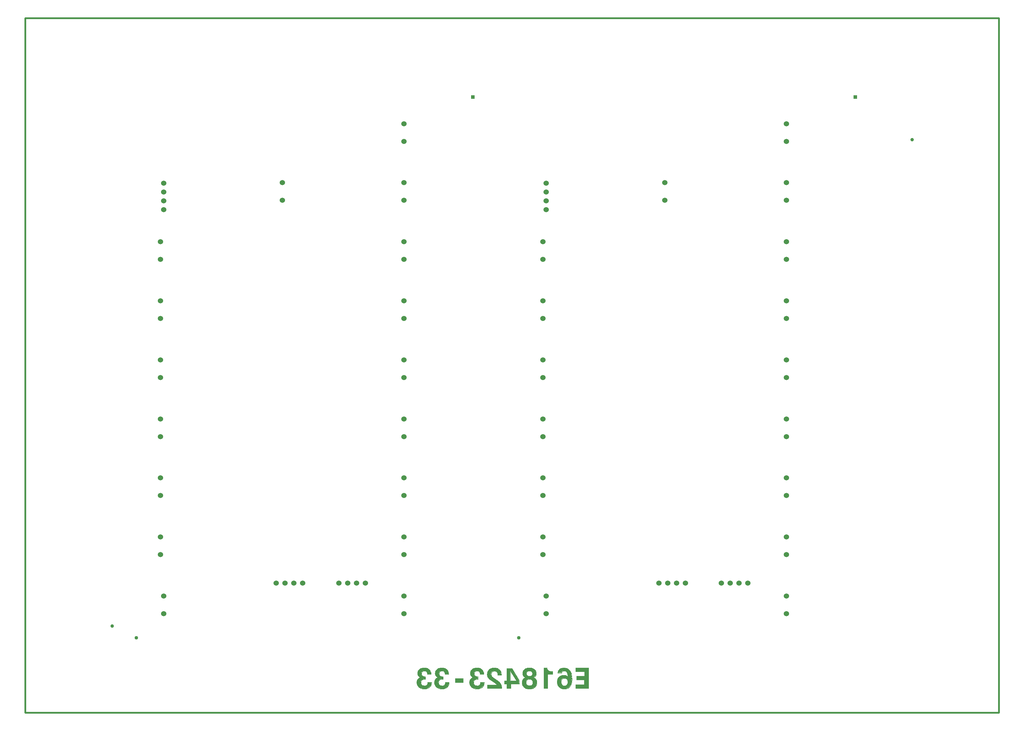
<source format=gbr>
G04 Generated by UcamX v1.1.0_s-beta-140312 on 2014.3.14*
%FSLAX26Y26*%
%MOIN*%
%IPPOS*%
%ADD10C,0.040000*%
%ADD11R,0.040000X0.040000*%
%ADD12C,0.060000*%
%ADD13C,0.039370*%
%ADD14C,0.019685*%
%ADD15C,0.001000*%
%ADD16C,0.002000*%
%ADD17C,0.004000*%
%ADD18C,0.008000*%
%ADD19C,0.016000*%
%SRX1Y1I0.000000J0.000000*%
G04 layer name: E618423-33*
%LPD*%
D10*
X468501Y62990D03*
X4799210D03*
D11*
X4279531Y6192910D03*
X8610240D03*
D12*
X744091Y2343700D03*
Y2543700D03*
X3500001Y335830D03*
Y535830D03*
Y2343700D03*
Y2543700D03*
Y3682280D03*
Y3882280D03*
Y5020870D03*
Y5220870D03*
Y5690160D03*
Y5890160D03*
Y1005120D03*
Y1205120D03*
X744091Y1005120D03*
Y1205120D03*
Y1674410D03*
Y1874410D03*
X3500001Y3012990D03*
Y3212990D03*
Y4351570D03*
Y4551570D03*
X744091Y3682280D03*
Y3882280D03*
Y4351570D03*
Y4551570D03*
X3500001Y1674410D03*
Y1874410D03*
X2122051Y5020870D03*
Y5220870D03*
X744091Y3012990D03*
Y3212990D03*
X779531Y335830D03*
Y535830D03*
Y4916930D03*
Y5016930D03*
Y5116930D03*
Y5216930D03*
X2354721Y681100D03*
X2254721D03*
X2154721D03*
X2054721D03*
X3063391D03*
X2963391D03*
X2863391D03*
X2763391D03*
X5074800Y2343700D03*
Y2543700D03*
X7830710Y335830D03*
Y535830D03*
Y2343700D03*
Y2543700D03*
Y3682280D03*
Y3882280D03*
Y5020870D03*
Y5220870D03*
Y5690160D03*
Y5890160D03*
Y1005120D03*
Y1205120D03*
X5074800Y1005120D03*
Y1205120D03*
Y1674410D03*
Y1874410D03*
X7830710Y3012990D03*
Y3212990D03*
Y4351570D03*
Y4551570D03*
X5074800Y3682280D03*
Y3882280D03*
Y4351570D03*
Y4551570D03*
X7830710Y1674410D03*
Y1874410D03*
X6452760Y5020870D03*
Y5220870D03*
X5074800Y3012990D03*
Y3212990D03*
X5110240Y335830D03*
Y535830D03*
Y4916930D03*
Y5016930D03*
Y5116930D03*
Y5216930D03*
X6685430Y681100D03*
X6585430D03*
X6485430D03*
X6385430D03*
X7394100D03*
X7294100D03*
X7194100D03*
X7094100D03*
D13*
X196850Y196850D03*
X9251970Y5708660D03*
D14*
X-787402Y7086612D02*
Y-787402D01*
X10236222*
Y7086612*
X-787402*
D15*
X5588828Y-279007D02*
X5444499D01*
Y-322335*
X5541709*
Y-369898*
X5454608*
Y-413518*
X5541611*
Y-467983*
X5441874*
Y-511311*
X5588828*
Y-279007*
X5442342Y-468383D02*
X5442274D01*
Y-468452*
X5442342Y-468383*
X5442342Y-510911D02*
X5442274Y-510843D01*
Y-510911*
X5442342*
X5444967Y-279407D02*
X5444898D01*
Y-279475*
X5444967Y-279407*
X5444967Y-321935D02*
X5444898Y-321866D01*
Y-321935*
X5444967*
X5455077Y-370298D02*
X5455008D01*
Y-370367*
X5455077Y-370298*
X5455077Y-413118D02*
X5455008Y-413049D01*
Y-413118*
X5455077*
X5588428Y-279407D02*
X5588359D01*
X5588428Y-279475*
Y-279407*
X5588428Y-510843D02*
X5588359Y-510911D01*
X5588428*
Y-510843*
X5353285Y-437337D02*
X5353187Y-442437D01*
X5352600Y-447530*
X5351912Y-451456*
X5350830Y-455393*
X5349358Y-459123*
X5347687Y-462856*
X5345810Y-465919*
X5343642Y-468777*
X5341176Y-471440*
X5338316Y-473905*
X5335359Y-475975*
X5332204Y-477750*
X5328744Y-479233*
X5325094Y-480220*
X5320872Y-481005*
X5316640Y-481399*
X5312408Y-481300*
X5308178Y-480809*
X5304721Y-480018*
X5301360Y-478832*
X5297997Y-477151*
X5294935Y-475076*
X5291875Y-472510*
X5289213Y-469553*
X5286944Y-466592*
X5285068Y-463236*
X5283397Y-459501*
X5282021Y-455469*
X5281137Y-451640*
X5280450Y-447715*
X5280058Y-442719*
X5279960Y-437733*
X5280156Y-432354*
X5280744Y-427059*
X5281629Y-423124*
X5282811Y-419285*
X5284487Y-415539*
X5286556Y-411992*
X5288822Y-408938*
X5291389Y-406074*
X5294256Y-403702*
X5297316Y-401628*
X5300677Y-399948*
X5304235Y-398663*
X5310533Y-397286*
X5318673Y-396991*
X5322807Y-397287*
X5326833Y-397974*
X5329692Y-398664*
X5332565Y-399655*
X5335733Y-401239*
X5338705Y-403220*
X5341665Y-405884*
X5344325Y-408741*
X5346493Y-411698*
X5348365Y-414752*
X5349938Y-418096*
X5351321Y-421551*
X5352698Y-427947*
X5353285Y-437337*
X5402056Y-399637D02*
X5401474Y-385180D01*
X5400116Y-370823*
X5398177Y-358899*
X5395464Y-347173*
X5391685Y-335353*
X5386939Y-324022*
X5382396Y-315514*
X5376888Y-307591*
X5370608Y-300538*
X5363653Y-294259*
X5356218Y-289142*
X5348297Y-284891*
X5340962Y-281996*
X5333428Y-279968*
X5324138Y-278323*
X5314656Y-277452*
X5304983*
X5295306Y-278419*
X5287387Y-279868*
X5279856Y-282282*
X5273198Y-285080*
X5267026Y-288649*
X5261525Y-292604*
X5256416Y-297136*
X5253044Y-300990*
X5249859Y-305043*
X5247163Y-309279*
X5244855Y-313799*
X5242058Y-321613*
X5240225Y-329815*
X5239598Y-336527*
X5286172*
X5287072Y-331849*
X5287871Y-329351*
X5290250Y-324691*
X5293731Y-320713*
X5298102Y-317535*
X5303646Y-315258*
X5309077Y-314171*
X5315560Y-313877*
X5319600Y-314172*
X5323538Y-314861*
X5326706Y-315752*
X5329680Y-317041*
X5333431Y-319212*
X5336792Y-321882*
X5340337Y-325624*
X5343389Y-329759*
X5345751Y-334088*
X5347615Y-338505*
X5349670Y-344768*
X5351138Y-351224*
X5352406Y-359421*
X5354046Y-376738*
X5353793Y-376867*
X5347420Y-371249*
X5344156Y-368946*
X5340790Y-367023*
X5336553Y-365000*
X5332217Y-363459*
X5326907Y-361914*
X5321409Y-360853*
X5315126Y-360176*
X5308841Y-359886*
X5301881Y-360079*
X5294923Y-360852*
X5288451Y-362108*
X5282074Y-363944*
X5274923Y-366553*
X5268167Y-369931*
X5262377Y-373598*
X5256975Y-377843*
X5251863Y-382858*
X5247426Y-388356*
X5243276Y-394822*
X5239897Y-401677*
X5237291Y-408531*
X5235455Y-415678*
X5234005Y-423997*
X5233328Y-432311*
X5233425Y-441114*
X5234199Y-449822*
X5235649Y-457942*
X5237872Y-465867*
X5240867Y-473598*
X5244635Y-481037*
X5248786Y-487409*
X5253614Y-493395*
X5259310Y-499091*
X5265679Y-504109*
X5272824Y-508454*
X5280360Y-512029*
X5287990Y-514733*
X5295715Y-516568*
X5305394Y-517826*
X5315073Y-518407*
X5324943Y-518020*
X5334713Y-516859*
X5342340Y-515024*
X5349875Y-512416*
X5355471Y-509811*
X5360873Y-506725*
X5365891Y-503058*
X5370817Y-498904*
X5375452Y-494173*
X5379603Y-489152*
X5384727Y-481612*
X5388979Y-473590*
X5393335Y-462846*
X5396628Y-451804*
X5399148Y-440370*
X5400795Y-428740*
X5401862Y-414191*
X5402056Y-399637*
X5240160Y-336128D02*
X5240048Y-336005D01*
X5240037Y-336128*
X5240160*
X5240099Y-336061D02*
X5240051D01*
X5184081Y-318839D02*
X5166655Y-317987D01*
X5157484Y-317011*
X5150635Y-315739*
X5143971Y-313779*
X5139636Y-311907*
X5135687Y-309538*
X5131838Y-306379*
X5128482Y-302629*
X5125429Y-298000*
X5123069Y-292984*
X5121299Y-287774*
X5119234Y-277354*
X5082524*
Y-511311*
X5127796*
Y-350526*
X5184081*
Y-318839*
X5082993Y-277754D02*
X5082924D01*
Y-277823*
X5082993Y-277754*
X5082993Y-510911D02*
X5082924Y-510843D01*
Y-510911*
X5082993*
X5127396Y-510843D02*
X5127328Y-510911D01*
X5127396*
Y-510843*
X5183681Y-319220D02*
X5183639Y-319218D01*
X5183681Y-319262*
Y-319220*
X5183681Y-350057D02*
X5183612Y-350126D01*
X5183681*
Y-350057*
X4953886Y-342854D02*
X4953688Y-346408D01*
X4953195Y-349958*
X4952401Y-352936*
X4951213Y-355809*
X4949728Y-358579*
X4947845Y-361255*
X4945755Y-363544*
X4943367Y-365435*
X4938821Y-368202*
X4932903Y-370175*
X4927297Y-371257*
X4920239Y-371649*
X4913570Y-371355*
X4908154Y-370370*
X4901754Y-368204*
X4896911Y-365436*
X4894518Y-363442*
X4892334Y-361059*
X4890550Y-358483*
X4888965Y-355611*
X4887875Y-352735*
X4887083Y-349765*
X4886589Y-346312*
X4886392Y-342860*
X4886590Y-339398*
X4887181Y-336146*
X4887874Y-333277*
X4888967Y-330593*
X4890453Y-327819*
X4892236Y-325342*
X4894312Y-322971*
X4896690Y-320790*
X4899263Y-319010*
X4901835Y-317525*
X4904900Y-316240*
X4908065Y-315251*
X4913278Y-314366*
X4920236Y-313974*
X4927101Y-314366*
X4932328Y-315352*
X4938347Y-317622*
X4943477Y-320877*
X4945764Y-322865*
X4947754Y-325055*
X4950913Y-329891*
X4952107Y-332777*
X4952997Y-335746*
X4953590Y-339201*
X4953886Y-342854*
X4957385Y-443752D02*
X4957286Y-448268D01*
X4956796Y-452784*
X4956105Y-456234*
X4955017Y-459697*
X4953434Y-462962*
X4951462Y-466118*
X4949386Y-468787*
X4947008Y-471165*
X4944436Y-473143*
X4941768Y-474823*
X4938317Y-476499*
X4934763Y-477782*
X4927796Y-479353*
X4920142Y-479941*
X4912385Y-479450*
X4905803Y-477878*
X4902244Y-476593*
X4898888Y-474817*
X4895833Y-472846*
X4893066Y-470573*
X4890502Y-467910*
X4888231Y-465047*
X4886451Y-462081*
X4884968Y-458916*
X4883978Y-455750*
X4883287Y-452491*
X4882894Y-448167*
X4882796Y-443758*
X4882993Y-439532*
X4883679Y-435312*
X4884369Y-432062*
X4885456Y-428900*
X4886937Y-425642*
X4888813Y-422581*
X4890981Y-419723*
X4893448Y-417059*
X4896210Y-414691*
X4899169Y-412620*
X4902428Y-410843*
X4905890Y-409458*
X4912283Y-407884*
X4920136Y-407295*
X4927893Y-407786*
X4934094Y-409262*
X4937558Y-410648*
X4940817Y-412426*
X4943776Y-414497*
X4946539Y-416865*
X4948809Y-419333*
X4950882Y-421998*
X4952759Y-425160*
X4954235Y-428406*
X4955515Y-431754*
X4956402Y-435303*
X4957090Y-439526*
X4957385Y-443752*
X5004017Y-445224D02*
X5003630Y-437003D01*
X5002567Y-428790*
X5001026Y-422724*
X4998810Y-416943*
X4996308Y-412034*
X4993325Y-407513*
X4989763Y-403277*
X4985816Y-399426*
X4980805Y-395571*
X4969162Y-388358*
X4977984Y-382792*
X4981739Y-379903*
X4985491Y-376439*
X4988762Y-372592*
X4991450Y-368751*
X4993560Y-364629*
X4995288Y-359922*
X4996442Y-355020*
X4997311Y-348165*
X4997601Y-341213*
X4997118Y-333774*
X4996055Y-326431*
X4994609Y-320648*
X4992587Y-315064*
X4989504Y-309091*
X4985747Y-303503*
X4981218Y-298299*
X4976012Y-293576*
X4970613Y-289719*
X4964828Y-286441*
X4957584Y-283350*
X4950140Y-280933*
X4943471Y-279387*
X4936697Y-278322*
X4928467Y-277451*
X4920236Y-277257*
X4912000Y-277451*
X4903770Y-278129*
X4897100Y-279192*
X4890524Y-280739*
X4883080Y-283060*
X4875838Y-286149*
X4869857Y-289526*
X4864265Y-293479*
X4858867Y-298395*
X4854142Y-303891*
X4850291Y-309572*
X4847304Y-315834*
X4845280Y-321425*
X4843835Y-327203*
X4842967Y-334249*
X4842677Y-341300*
X4843063Y-347961*
X4844028Y-354523*
X4845375Y-359719*
X4847300Y-364723*
X4849512Y-369050*
X4852203Y-373183*
X4855180Y-376737*
X4858544Y-380004*
X4862292Y-382887*
X4871135Y-388362*
X4859564Y-395283*
X4854556Y-399039*
X4850423Y-403076*
X4846864Y-407597*
X4843587Y-412898*
X4840890Y-418485*
X4838964Y-424167*
X4837614Y-430048*
X4836648Y-437587*
X4836261Y-445129*
X4836551Y-453347*
X4837614Y-461566*
X4838965Y-467835*
X4841085Y-474003*
X4843978Y-480174*
X4847543Y-485956*
X4852176Y-491747*
X4857390Y-497154*
X4863472Y-502174*
X4870037Y-506519*
X4877182Y-510187*
X4884720Y-513087*
X4891966Y-515212*
X4899404Y-516565*
X4909770Y-517533*
X4920236Y-517921*
X4930410Y-517534*
X4940487Y-516564*
X4947935Y-515307*
X4955177Y-513472*
X4963195Y-510381*
X4970923Y-506517*
X4977486Y-502174*
X4983567Y-497155*
X4988676Y-491756*
X4993016Y-485874*
X4996682Y-479507*
X4999577Y-472848*
X5001505Y-466870*
X5002760Y-460695*
X5003727Y-452959*
X5004017Y-445224*
X4773332Y-425369D02*
X4773312Y-425405D01*
X4708079*
Y-323397*
X4708521Y-323268*
X4773332Y-425369*
X4808205Y-419996D02*
X4721914Y-284159D01*
X4664362*
Y-424239*
X4637144*
Y-460470*
X4664362*
Y-511311*
X4709246*
Y-460470*
X4808205*
Y-419996*
X4637612Y-424639D02*
X4637543D01*
Y-424707*
X4637612Y-424639*
X4637612Y-460070D02*
X4637543Y-460002D01*
Y-460070*
X4637612*
X4664831Y-284559D02*
X4664762D01*
Y-284628*
X4664831Y-284559*
X4664831Y-510911D02*
X4664762Y-510843D01*
Y-510911*
X4664831*
X4708846Y-510843D02*
X4708777Y-510911D01*
X4708846*
Y-510843*
X4807806Y-460002D02*
X4807737Y-460070D01*
X4807806*
Y-460002*
X4607483Y-511311D02*
X4605884Y-494669D01*
X4604529Y-486248*
X4602498Y-478026*
X4599790Y-470095*
X4596698Y-463041*
X4592930Y-456375*
X4589066Y-450772*
X4584713Y-445452*
X4578808Y-438966*
X4572322Y-433061*
X4561848Y-424526*
X4547484Y-414433*
X4523377Y-398977*
X4511883Y-390990*
X4505046Y-385423*
X4500738Y-381213*
X4496822Y-376710*
X4494163Y-373066*
X4492094Y-369124*
X4490325Y-364798*
X4489044Y-360269*
X4488258Y-355058*
X4488061Y-349851*
X4488455Y-344247*
X4489635Y-338837*
X4491115Y-334494*
X4493291Y-330439*
X4495960Y-326881*
X4499123Y-323718*
X4502874Y-320954*
X4507022Y-318683*
X4510676Y-317399*
X4514421Y-316413*
X4519044Y-315823*
X4523661Y-315626*
X4528084Y-315921*
X4532602Y-316609*
X4536351Y-317595*
X4540097Y-319074*
X4544431Y-321340*
X4548478Y-324301*
X4551738Y-327561*
X4554501Y-331212*
X4556282Y-334379*
X4557666Y-337740*
X4558942Y-342353*
X4559925Y-347068*
X4560866Y-360441*
X4603425*
X4602869Y-349321*
X4601319Y-337411*
X4599000Y-327940*
X4596104Y-320218*
X4592340Y-312882*
X4587997Y-306416*
X4582978Y-300432*
X4577192Y-295031*
X4570729Y-290401*
X4563194Y-286248*
X4555269Y-282865*
X4548221Y-280644*
X4541071Y-279195*
X4532067Y-278033*
X4523061Y-277549*
X4514348Y-277646*
X4505731Y-278420*
X4498673Y-279484*
X4491720Y-281222*
X4484086Y-283928*
X4476844Y-287308*
X4470473Y-291265*
X4464490Y-295801*
X4459186Y-301008*
X4454458Y-306797*
X4450407Y-313164*
X4447125Y-319921*
X4444615Y-326677*
X4442878Y-333626*
X4441719Y-341354*
X4441332Y-349279*
X4441622Y-357590*
X4442878Y-365898*
X4444712Y-373233*
X4447414Y-380279*
X4450888Y-387227*
X4455232Y-393695*
X4461133Y-400949*
X4467713Y-407626*
X4472259Y-411592*
X4477004Y-415368*
X4486514Y-422162*
X4496323Y-428765*
X4527528Y-448986*
X4533567Y-453077*
X4539519Y-457467*
X4542087Y-459640*
X4544362Y-462212*
X4546527Y-465165*
X4550776Y-472246*
X4550768Y-472261*
X4443665*
Y-511311*
X4607483*
X4444133Y-472660D02*
X4444065D01*
Y-472729*
X4444133Y-472660*
X4444133Y-510911D02*
X4444065Y-510843D01*
Y-510911*
X4444133*
X4561269Y-360041D02*
X4561237Y-360012D01*
X4561239Y-360041*
X4561269*
X4603004Y-360041D02*
X4603000Y-359944D01*
X4602907Y-360041*
X4603004*
X4607043Y-510911D02*
X4607031Y-510787D01*
X4606918Y-510911*
X4607043*
X4607034Y-510842D02*
X4606979D01*
X4408694Y-440570D02*
X4364569D01*
X4363919Y-449854*
X4363034Y-454671*
X4361951Y-458315*
X4360569Y-461770*
X4358794Y-464926*
X4356821Y-467886*
X4353958Y-471143*
X4350697Y-474008*
X4347137Y-476283*
X4343287Y-478060*
X4339926Y-479147*
X4336468Y-479839*
X4331758Y-480231*
X4326950Y-480329*
X4318528Y-479546*
X4311756Y-477976*
X4307812Y-476497*
X4304063Y-474622*
X4301190Y-472641*
X4298613Y-470361*
X4296434Y-467786*
X4294555Y-465017*
X4292780Y-461565*
X4291396Y-458006*
X4289921Y-451418*
X4289430Y-443861*
X4289725Y-439431*
X4290413Y-435109*
X4291300Y-431560*
X4292587Y-428196*
X4294559Y-424547*
X4296928Y-421092*
X4299599Y-418224*
X4302665Y-415651*
X4305926Y-413675*
X4309384Y-411996*
X4314205Y-410520*
X4319207Y-409441*
X4325862Y-408658*
X4335422Y-408365*
X4341341Y-408455*
Y-376790*
X4332388Y-376605*
X4324566Y-376019*
X4318778Y-374842*
X4315138Y-373759*
X4311497Y-372283*
X4308819Y-370895*
X4306330Y-369103*
X4303852Y-366724*
X4301771Y-364147*
X4299693Y-360783*
X4298206Y-357314*
X4296630Y-351403*
X4296040Y-344318*
X4296630Y-337133*
X4298211Y-331503*
X4299603Y-328619*
X4301288Y-325943*
X4303268Y-323566*
X4305443Y-321391*
X4307826Y-319505*
X4310503Y-317919*
X4313563Y-316537*
X4316726Y-315449*
X4322925Y-314171*
X4329903Y-313974*
X4333752Y-314369*
X4337592Y-315156*
X4340749Y-316143*
X4343813Y-317428*
X4347076Y-319307*
X4349948Y-321485*
X4352520Y-324058*
X4354699Y-326830*
X4356380Y-329698*
X4357765Y-332666*
X4358947Y-336411*
X4359834Y-340349*
X4360227Y-344183*
X4360592Y-351400*
X4403892*
X4402297Y-335447*
X4400752Y-327432*
X4398243Y-319810*
X4394866Y-312476*
X4390818Y-305922*
X4385900Y-300040*
X4380305Y-294638*
X4374038Y-290010*
X4366607Y-285861*
X4358783Y-282673*
X4352407Y-280741*
X4345935Y-279291*
X4337709Y-278227*
X4329384Y-277646*
X4321445Y-277743*
X4313405Y-278227*
X4306540Y-279098*
X4299678Y-280547*
X4291845Y-282868*
X4284309Y-285863*
X4278135Y-289143*
X4272251Y-293098*
X4266660Y-297918*
X4261744Y-303412*
X4257697Y-309194*
X4254420Y-315458*
X4252204Y-321240*
X4250566Y-327311*
X4249602Y-333960*
X4249409Y-340814*
X4249698Y-347084*
X4250758Y-353348*
X4252202Y-358640*
X4254318Y-363739*
X4256725Y-368166*
X4259513Y-372301*
X4262782Y-376051*
X4266341Y-379418*
X4269900Y-382111*
X4278095Y-387326*
X4268111Y-392581*
X4263678Y-395279*
X4258770Y-399129*
X4254344Y-403651*
X4250590Y-408656*
X4247411Y-414146*
X4244810Y-420119*
X4242980Y-426284*
X4241629Y-434004*
X4241146Y-441829*
X4241339Y-450142*
X4242401Y-458253*
X4244236Y-465688*
X4246746Y-472830*
X4250025Y-479486*
X4253984Y-485666*
X4258425Y-491457*
X4263634Y-496763*
X4269616Y-501684*
X4276180Y-505835*
X4283816Y-509701*
X4291840Y-512795*
X4299573Y-515018*
X4307308Y-516468*
X4317187Y-517534*
X4327068Y-517921*
X4337239Y-517631*
X4347309Y-516565*
X4354943Y-515116*
X4362280Y-512895*
X4370589Y-509417*
X4378407Y-504977*
X4385064Y-499864*
X4391049Y-494073*
X4395095Y-489062*
X4398568Y-483660*
X4401755Y-477576*
X4404362Y-471205*
X4405808Y-466383*
X4406967Y-461360*
X4407837Y-456043*
X4408417Y-450536*
X4408694Y-440570*
X4340942Y-377182D02*
X4340885Y-377181D01*
X4340942Y-377239*
Y-377182*
X4340942Y-407972D02*
X4340864Y-408048D01*
X4340942Y-408049*
Y-407972*
X4361013Y-351001D02*
X4360970Y-350960D01*
X4360972Y-351001*
X4361013*
X4364972Y-440970D02*
X4364941D01*
X4364939Y-441000*
X4364972Y-440970*
X4403450Y-351001D02*
X4403438Y-350874D01*
X4403323Y-351001*
X4403450*
X4408283Y-440970D02*
X4408198D01*
X4408281Y-441054*
X4408283Y-440970*
X4408275Y-440999D02*
X4408236D01*
X4364932Y-440999D02*
X4364947D01*
X4340932Y-407999D02*
X4340916D01*
X4403439Y-350999D02*
X4403330D01*
X4361002Y-350999D02*
X4360978D01*
X4010849Y-440570D02*
X3966724D01*
X3966074Y-449854*
X3965189Y-454671*
X3964106Y-458315*
X3962724Y-461770*
X3960949Y-464926*
X3958976Y-467886*
X3956113Y-471143*
X3952852Y-474008*
X3949292Y-476283*
X3945442Y-478060*
X3942081Y-479147*
X3938623Y-479839*
X3933913Y-480231*
X3929105Y-480329*
X3920683Y-479546*
X3913911Y-477976*
X3909967Y-476497*
X3906218Y-474622*
X3903346Y-472641*
X3900769Y-470361*
X3898589Y-467786*
X3896711Y-465017*
X3894935Y-461565*
X3893551Y-458006*
X3892076Y-451418*
X3891585Y-443861*
X3891880Y-439431*
X3892568Y-435109*
X3893456Y-431560*
X3894742Y-428196*
X3896714Y-424547*
X3899083Y-421092*
X3901754Y-418224*
X3904821Y-415651*
X3908081Y-413675*
X3911539Y-411996*
X3916360Y-410520*
X3921362Y-409441*
X3928017Y-408658*
X3937577Y-408365*
X3943497Y-408455*
Y-376790*
X3934543Y-376605*
X3926722Y-376019*
X3920934Y-374842*
X3917293Y-373759*
X3913652Y-372283*
X3910974Y-370895*
X3908486Y-369103*
X3906007Y-366724*
X3903926Y-364147*
X3901849Y-360783*
X3900361Y-357314*
X3898785Y-351403*
X3898195Y-344318*
X3898786Y-337133*
X3900366Y-331503*
X3901758Y-328619*
X3903443Y-325943*
X3905423Y-323566*
X3907599Y-321391*
X3909981Y-319505*
X3912658Y-317919*
X3915718Y-316537*
X3918881Y-315449*
X3925080Y-314171*
X3932058Y-313974*
X3935907Y-314369*
X3939747Y-315156*
X3942904Y-316143*
X3945969Y-317428*
X3949231Y-319307*
X3952103Y-321485*
X3954675Y-324058*
X3956854Y-326830*
X3958535Y-329698*
X3959920Y-332666*
X3961102Y-336411*
X3961989Y-340349*
X3962382Y-344183*
X3962747Y-351400*
X4006047*
X4004452Y-335447*
X4002907Y-327432*
X4000398Y-319810*
X3997021Y-312476*
X3992973Y-305922*
X3988055Y-300040*
X3982460Y-294638*
X3976193Y-290010*
X3968762Y-285861*
X3960938Y-282673*
X3954562Y-280741*
X3948090Y-279291*
X3939864Y-278227*
X3931539Y-277646*
X3923600Y-277743*
X3915560Y-278227*
X3908695Y-279098*
X3901833Y-280547*
X3894000Y-282868*
X3886464Y-285863*
X3880290Y-289143*
X3874406Y-293098*
X3868815Y-297918*
X3863899Y-303412*
X3859852Y-309194*
X3856575Y-315458*
X3854359Y-321240*
X3852721Y-327311*
X3851757Y-333960*
X3851564Y-340814*
X3851853Y-347084*
X3852913Y-353348*
X3854357Y-358640*
X3856473Y-363739*
X3858880Y-368166*
X3861668Y-372301*
X3864937Y-376051*
X3868496Y-379418*
X3872055Y-382111*
X3880250Y-387326*
X3870266Y-392581*
X3865833Y-395279*
X3860925Y-399129*
X3856499Y-403651*
X3852745Y-408656*
X3849566Y-414146*
X3846965Y-420119*
X3845135Y-426284*
X3843784Y-434004*
X3843301Y-441829*
X3843494Y-450142*
X3844557Y-458253*
X3846391Y-465688*
X3848901Y-472830*
X3852180Y-479486*
X3856139Y-485666*
X3860580Y-491457*
X3865789Y-496763*
X3871771Y-501684*
X3878335Y-505835*
X3885971Y-509701*
X3893995Y-512795*
X3901728Y-515018*
X3909463Y-516468*
X3919342Y-517534*
X3929223Y-517921*
X3939394Y-517631*
X3949464Y-516565*
X3957098Y-515116*
X3964436Y-512895*
X3972744Y-509417*
X3980562Y-504977*
X3987219Y-499864*
X3993204Y-494073*
X3997250Y-489062*
X4000723Y-483660*
X4003910Y-477576*
X4006517Y-471205*
X4007963Y-466383*
X4009123Y-461360*
X4009992Y-456043*
X4010572Y-450536*
X4010849Y-440570*
X3943097Y-377182D02*
X3943040Y-377181D01*
X3943097Y-377239*
Y-377182*
X3943097Y-407972D02*
X3943019Y-408048D01*
X3943097Y-408049*
Y-407972*
X3963168Y-351001D02*
X3963125Y-350960D01*
X3963127Y-351001*
X3963168*
X3967127Y-440970D02*
X3967097D01*
X3967095Y-441000*
X3967127Y-440970*
X4005605Y-351001D02*
X4005593Y-350874D01*
X4005478Y-351001*
X4005605*
X4010438Y-440970D02*
X4010353D01*
X4010436Y-441054*
X4010438Y-440970*
X4010430Y-440999D02*
X4010391D01*
X3967087Y-440999D02*
X3967102D01*
X3943087Y-407999D02*
X3943071D01*
X4005594Y-350999D02*
X4005485D01*
X3963157Y-350999D02*
X3963134D01*
X3811926Y-440570D02*
X3767801D01*
X3767151Y-449854*
X3766267Y-454671*
X3765183Y-458315*
X3763801Y-461770*
X3762026Y-464926*
X3760053Y-467886*
X3757191Y-471143*
X3753930Y-474008*
X3750370Y-476283*
X3746520Y-478060*
X3743159Y-479147*
X3739700Y-479839*
X3734990Y-480231*
X3730183Y-480329*
X3721761Y-479546*
X3714988Y-477976*
X3711045Y-476497*
X3707296Y-474622*
X3704423Y-472641*
X3701846Y-470361*
X3699667Y-467786*
X3697788Y-465017*
X3696013Y-461565*
X3694628Y-458006*
X3693153Y-451418*
X3692663Y-443861*
X3692958Y-439431*
X3693646Y-435109*
X3694533Y-431560*
X3695819Y-428196*
X3697791Y-424547*
X3700161Y-421092*
X3702832Y-418224*
X3705898Y-415651*
X3709159Y-413675*
X3712617Y-411996*
X3717438Y-410520*
X3722439Y-409441*
X3729095Y-408658*
X3738654Y-408365*
X3744574Y-408455*
Y-376790*
X3735621Y-376605*
X3727799Y-376019*
X3722011Y-374842*
X3718370Y-373759*
X3714729Y-372283*
X3712052Y-370895*
X3709563Y-369103*
X3707085Y-366724*
X3705003Y-364147*
X3702926Y-360783*
X3701439Y-357314*
X3699863Y-351403*
X3699272Y-344318*
X3699863Y-337133*
X3701443Y-331503*
X3702836Y-328619*
X3704521Y-325943*
X3706501Y-323566*
X3708676Y-321391*
X3711058Y-319505*
X3713736Y-317919*
X3716796Y-316537*
X3719959Y-315449*
X3726157Y-314171*
X3733136Y-313974*
X3736984Y-314369*
X3740825Y-315156*
X3743982Y-316143*
X3747046Y-317428*
X3750309Y-319307*
X3753180Y-321485*
X3755753Y-324058*
X3757931Y-326830*
X3759613Y-329698*
X3760997Y-332666*
X3762180Y-336411*
X3763066Y-340349*
X3763459Y-344183*
X3763825Y-351400*
X3807125*
X3805529Y-335447*
X3803985Y-327432*
X3801476Y-319810*
X3798098Y-312476*
X3794050Y-305922*
X3789133Y-300040*
X3783537Y-294638*
X3777271Y-290010*
X3769840Y-285861*
X3762016Y-282673*
X3755640Y-280741*
X3749167Y-279291*
X3740942Y-278227*
X3732617Y-277646*
X3724678Y-277743*
X3716638Y-278227*
X3709773Y-279098*
X3702911Y-280547*
X3695077Y-282868*
X3687541Y-285863*
X3681367Y-289143*
X3675484Y-293098*
X3669893Y-297918*
X3664977Y-303412*
X3660929Y-309194*
X3657653Y-315458*
X3655436Y-321240*
X3653798Y-327311*
X3652835Y-333960*
X3652642Y-340814*
X3652931Y-347084*
X3653991Y-353348*
X3655434Y-358640*
X3657551Y-363739*
X3659957Y-368166*
X3662746Y-372301*
X3666014Y-376051*
X3669574Y-379418*
X3673133Y-382111*
X3681328Y-387326*
X3671344Y-392581*
X3666911Y-395279*
X3662002Y-399129*
X3657576Y-403651*
X3653823Y-408656*
X3650644Y-414146*
X3648043Y-420119*
X3646213Y-426284*
X3644862Y-434004*
X3644379Y-441829*
X3644572Y-450142*
X3645634Y-458253*
X3647469Y-465688*
X3649978Y-472830*
X3653258Y-479486*
X3657217Y-485666*
X3661657Y-491457*
X3666866Y-496763*
X3672849Y-501684*
X3679413Y-505835*
X3687049Y-509701*
X3695073Y-512795*
X3702806Y-515018*
X3710540Y-516468*
X3720419Y-517534*
X3730301Y-517921*
X3740472Y-517631*
X3750542Y-516565*
X3758175Y-515116*
X3765513Y-512895*
X3773822Y-509417*
X3781639Y-504977*
X3788297Y-499864*
X3794282Y-494073*
X3798328Y-489062*
X3801801Y-483660*
X3804988Y-477576*
X3807594Y-471205*
X3809041Y-466383*
X3810200Y-461360*
X3811070Y-456043*
X3811650Y-450536*
X3811926Y-440570*
X3744174Y-377182D02*
X3744117Y-377181D01*
X3744174Y-377239*
Y-377182*
X3744174Y-407972D02*
X3744097Y-408048D01*
X3744174Y-408049*
Y-407972*
X3764246Y-351001D02*
X3764203Y-350960D01*
X3764205Y-351001*
X3764246*
X3768204Y-440970D02*
X3768174D01*
X3768172Y-441000*
X3768204Y-440970*
X3806683Y-351001D02*
X3806670Y-350874D01*
X3806556Y-351001*
X3806683*
X3811515Y-440970D02*
X3811431D01*
X3811513Y-441054*
X3811515Y-440970*
X3811508Y-440999D02*
X3811469D01*
X3768164Y-440999D02*
X3768180D01*
X3744164Y-407999D02*
X3744149D01*
X3806672Y-350999D02*
X3806563D01*
X3764235Y-350999D02*
X3764211D01*
X4170027Y-399547D02*
X4078969D01*
Y-443653*
X4170027*
Y-399547*
X4079437Y-399947D02*
X4079368D01*
Y-400016*
X4079437Y-399947*
X4079437Y-443253D02*
X4079368Y-443184D01*
Y-443253*
X4079437*
X4169627Y-399947D02*
X4169558D01*
X4169627Y-400016*
Y-399947*
X4169627Y-443184D02*
X4169558Y-443253D01*
X4169627*
Y-443184*
D16*
X5587828Y-280007D02*
X5445498D01*
Y-321335*
X5542708*
Y-370898*
X5455608*
Y-412518*
X5542611*
Y-468983*
X5442874*
Y-510312*
X5587828*
Y-280007*
X5443811Y-469783D02*
X5443673D01*
Y-469920*
X5443811Y-469783*
X5443811Y-509512D02*
X5443673Y-509374D01*
Y-509512*
X5443811*
X5446435Y-280806D02*
X5446298D01*
Y-280944*
X5446435Y-280806*
X5446435Y-320536D02*
X5446298Y-320398D01*
Y-320536*
X5446435*
X5456545Y-371698D02*
X5456408D01*
Y-371835*
X5456545Y-371698*
X5456545Y-411719D02*
X5456408Y-411581D01*
Y-411719*
X5456545*
X5587028Y-280806D02*
X5586891D01*
X5587028Y-280944*
Y-280806*
X5587028Y-509374D02*
X5586891Y-509512D01*
X5587028*
Y-509374*
X5354286Y-437316D02*
X5354186Y-442504D01*
X5353589Y-447673*
X5352889Y-451675*
X5351779Y-455710*
X5350279Y-459511*
X5348573Y-463324*
X5346637Y-466483*
X5344409Y-469420*
X5341871Y-472161*
X5338931Y-474695*
X5335892Y-476823*
X5332647Y-478648*
X5329073Y-480180*
X5325316Y-481195*
X5321010Y-481996*
X5316675Y-482399*
X5312338Y-482299*
X5308008Y-481795*
X5304442Y-480980*
X5300968Y-479754*
X5297491Y-478015*
X5294332Y-475875*
X5291179Y-473231*
X5288444Y-470192*
X5286106Y-467143*
X5284174Y-463685*
X5282466Y-459867*
X5281058Y-455744*
X5280157Y-451839*
X5279457Y-447841*
X5279059Y-442768*
X5278960Y-437724*
X5279158Y-432280*
X5279757Y-426893*
X5280663Y-422867*
X5281873Y-418933*
X5283596Y-415082*
X5285720Y-411441*
X5288047Y-408305*
X5290695Y-405351*
X5293655Y-402901*
X5296810Y-400764*
X5300283Y-399028*
X5303958Y-397701*
X5310407Y-396290*
X5318690Y-395990*
X5322927Y-396293*
X5327035Y-396995*
X5329973Y-397703*
X5332953Y-398731*
X5336236Y-400373*
X5339320Y-402429*
X5342367Y-405171*
X5345096Y-408102*
X5347324Y-411140*
X5349246Y-414277*
X5350856Y-417697*
X5352280Y-421258*
X5353691Y-427810*
X5354286Y-437316*
X5401056Y-399651D02*
X5400476Y-385247D01*
X5399124Y-370950*
X5397196Y-359092*
X5394499Y-347438*
X5390747Y-335699*
X5386036Y-324451*
X5381541Y-316036*
X5376102Y-308211*
X5369898Y-301243*
X5363032Y-295045*
X5355697Y-289996*
X5347876Y-285799*
X5340648Y-282946*
X5333211Y-280944*
X5324005Y-279314*
X5314610Y-278451*
X5305032*
X5295446Y-279410*
X5287631Y-280839*
X5280203Y-283220*
X5273644Y-285977*
X5267569Y-289489*
X5262150Y-293386*
X5257127Y-297841*
X5253813Y-301628*
X5250676Y-305622*
X5248032Y-309776*
X5245775Y-314196*
X5243020Y-321892*
X5241214Y-329971*
X5240695Y-335528*
X5285346*
X5286101Y-331601*
X5286944Y-328969*
X5289417Y-324126*
X5293052Y-319971*
X5297611Y-316655*
X5303355Y-314296*
X5308955Y-313176*
X5315574Y-312875*
X5319723Y-313179*
X5323761Y-313885*
X5327042Y-314808*
X5330130Y-316147*
X5333995Y-318384*
X5337469Y-321143*
X5341105Y-324981*
X5344234Y-329220*
X5346652Y-333653*
X5348552Y-338154*
X5350635Y-344501*
X5352120Y-351036*
X5353399Y-359298*
X5355105Y-377320*
X5353642Y-378066*
X5346799Y-372035*
X5343619Y-369790*
X5340326Y-367909*
X5336170Y-365925*
X5331910Y-364410*
X5326672Y-362886*
X5321261Y-361842*
X5315050Y-361173*
X5308832Y-360886*
X5301950Y-361077*
X5295074Y-361841*
X5288685Y-363081*
X5282384Y-364895*
X5275319Y-367473*
X5268659Y-370803*
X5262955Y-374416*
X5257636Y-378595*
X5252604Y-383531*
X5248238Y-388941*
X5244148Y-395314*
X5240814Y-402077*
X5238245Y-408834*
X5236433Y-415889*
X5234997Y-424123*
X5234328Y-432346*
X5234424Y-441065*
X5235190Y-449690*
X5236624Y-457719*
X5238821Y-465550*
X5241781Y-473191*
X5245502Y-480537*
X5249596Y-486821*
X5254359Y-492726*
X5259975Y-498342*
X5266250Y-503286*
X5273299Y-507573*
X5280742Y-511104*
X5288274Y-513773*
X5295896Y-515583*
X5305488Y-516830*
X5315083Y-517406*
X5324865Y-517023*
X5334537Y-515873*
X5342059Y-514064*
X5349500Y-511488*
X5355012Y-508923*
X5360328Y-505885*
X5365273Y-502271*
X5370136Y-498171*
X5374708Y-493503*
X5378803Y-488552*
X5383869Y-481095*
X5388072Y-473167*
X5392391Y-462515*
X5395660Y-451553*
X5398163Y-440192*
X5399801Y-428634*
X5400863Y-414147*
X5401056Y-399651*
X5241819Y-334728D02*
X5241596Y-334483D01*
X5241573Y-334728*
X5241819*
X5183081Y-319791D02*
X5166578Y-318984D01*
X5157340Y-318001*
X5150402Y-316713*
X5143631Y-314721*
X5139178Y-312798*
X5135110Y-310357*
X5131144Y-307103*
X5127688Y-303241*
X5124555Y-298490*
X5122140Y-293359*
X5120331Y-288033*
X5118413Y-278354*
X5083524*
Y-510312*
X5126797*
Y-349526*
X5183081*
Y-319791*
X5084461Y-279154D02*
X5084323D01*
Y-279291*
X5084461Y-279154*
X5084461Y-509512D02*
X5084323Y-509374D01*
Y-509512*
X5084461*
X5125997Y-509374D02*
X5125860Y-509512D01*
X5125997*
Y-509374*
X5182282Y-320553D02*
X5182199Y-320549D01*
X5182282Y-320636*
Y-320553*
X5182282Y-348589D02*
X5182144Y-348726D01*
X5182282*
Y-348589*
X4954888Y-342841D02*
X4954684Y-346505D01*
X4954177Y-350157*
X4953350Y-353257*
X4952117Y-356237*
X4950581Y-359105*
X4948626Y-361882*
X4946439Y-364277*
X4943939Y-366257*
X4939244Y-369115*
X4933157Y-371144*
X4927420Y-372251*
X4920245Y-372649*
X4913458Y-372350*
X4907903Y-371340*
X4901342Y-369120*
X4896339Y-366260*
X4893827Y-364167*
X4891551Y-361685*
X4889699Y-359010*
X4888056Y-356031*
X4886922Y-353041*
X4886101Y-349965*
X4885594Y-346411*
X4885391Y-342860*
X4885595Y-339280*
X4886203Y-335939*
X4886920Y-332969*
X4888061Y-330167*
X4889604Y-327288*
X4891453Y-324720*
X4893596Y-322271*
X4896065Y-320007*
X4898727Y-318164*
X4901390Y-316628*
X4904556Y-315300*
X4907831Y-314277*
X4913166Y-313371*
X4920237Y-312973*
X4927223Y-313372*
X4932600Y-314386*
X4938796Y-316723*
X4944076Y-320074*
X4946464Y-322150*
X4948548Y-324442*
X4951800Y-329423*
X4953050Y-332441*
X4953972Y-335517*
X4954582Y-339076*
X4954888Y-342841*
X4958385Y-443728D02*
X4958285Y-448333D01*
X4957785Y-452936*
X4957075Y-456483*
X4955949Y-460067*
X4954310Y-463447*
X4952283Y-466691*
X4950137Y-469450*
X4947668Y-471918*
X4945008Y-473964*
X4942254Y-475698*
X4938707Y-477421*
X4935044Y-478744*
X4927945Y-480344*
X4920149Y-480943*
X4912236Y-480442*
X4905516Y-478838*
X4901838Y-477510*
X4898383Y-475681*
X4895242Y-473654*
X4892387Y-471309*
X4889749Y-468569*
X4887407Y-465617*
X4885568Y-462551*
X4884034Y-459279*
X4883010Y-456004*
X4882297Y-452640*
X4881895Y-448223*
X4881796Y-443746*
X4881997Y-439428*
X4882697Y-435128*
X4883403Y-431795*
X4884526Y-428530*
X4886052Y-425173*
X4887986Y-422017*
X4890214Y-419080*
X4892753Y-416338*
X4895597Y-413901*
X4898641Y-411769*
X4902001Y-409937*
X4905584Y-408504*
X4912125Y-406894*
X4920130Y-406293*
X4928041Y-406794*
X4934397Y-408307*
X4937985Y-409742*
X4941344Y-411575*
X4944389Y-413706*
X4947234Y-416145*
X4949572Y-418686*
X4951710Y-421434*
X4953647Y-424696*
X4955158Y-428021*
X4956470Y-431453*
X4957382Y-435101*
X4958084Y-439411*
X4958385Y-443728*
X5003016Y-445229D02*
X5002633Y-437091D01*
X5001583Y-428978*
X5000072Y-423027*
X4997896Y-417350*
X4995442Y-412538*
X4992523Y-408112*
X4989030Y-403958*
X4985160Y-400182*
X4980235Y-396394*
X4967276Y-388366*
X4977411Y-381971*
X4981094Y-379138*
X4984769Y-375746*
X4987970Y-371980*
X4990592Y-368234*
X4992642Y-364227*
X4994329Y-359635*
X4995457Y-354842*
X4996314Y-348081*
X4996600Y-341225*
X4996123Y-333879*
X4995073Y-326624*
X4993651Y-320940*
X4991669Y-315465*
X4988643Y-309601*
X4984952Y-304112*
X4980502Y-299000*
X4975383Y-294355*
X4970075Y-290563*
X4964384Y-287338*
X4957232Y-284287*
X4949872Y-281897*
X4943280Y-280369*
X4936566Y-279314*
X4928402Y-278449*
X4920236Y-278257*
X4912052Y-278450*
X4903890Y-279122*
X4897293Y-280174*
X4890788Y-281704*
X4883426Y-283999*
X4876281Y-287047*
X4870393Y-290371*
X4864892Y-294260*
X4859585Y-299093*
X4854938Y-304500*
X4851161Y-310070*
X4848227Y-316221*
X4846237Y-321718*
X4844820Y-327387*
X4843964Y-334331*
X4843678Y-341292*
X4844058Y-347859*
X4845009Y-354324*
X4846328Y-359413*
X4848214Y-364314*
X4850378Y-368549*
X4853008Y-372587*
X4855914Y-376056*
X4859199Y-379247*
X4862861Y-382064*
X4873057Y-388376*
X4860123Y-396114*
X4855208Y-399800*
X4851168Y-403746*
X4847685Y-408171*
X4844465Y-413379*
X4841817Y-418864*
X4839927Y-424440*
X4838600Y-430224*
X4837644Y-437677*
X4837262Y-445137*
X4837548Y-453265*
X4838600Y-461396*
X4839929Y-467566*
X4842013Y-473627*
X4844859Y-479698*
X4848362Y-485380*
X4852928Y-491086*
X4858070Y-496419*
X4864067Y-501369*
X4870543Y-505655*
X4877591Y-509274*
X4885041Y-512139*
X4892197Y-514238*
X4899540Y-515574*
X4909835Y-516536*
X4920235Y-516921*
X4930343Y-516536*
X4940356Y-515573*
X4947729Y-514328*
X4954873Y-512518*
X4962791Y-509466*
X4970422Y-505650*
X4976891Y-501369*
X4982883Y-496424*
X4987908Y-491113*
X4992178Y-485326*
X4995788Y-479057*
X4998641Y-472494*
X5000537Y-466617*
X5001773Y-460533*
X5002729Y-452878*
X5003016Y-445229*
X4774493Y-425332D02*
X4773904Y-426405D01*
X4707079*
Y-322646*
X4708963Y-322099*
X4774493Y-425332*
X4807206Y-420287D02*
X4721364Y-285159D01*
X4665362*
Y-425238*
X4638143*
Y-459471*
X4665362*
Y-510312*
X4708246*
Y-459471*
X4807206*
Y-420287*
X4639080Y-426038D02*
X4638943D01*
Y-426175*
X4639080Y-426038*
X4639080Y-458671D02*
X4638943Y-458534D01*
Y-458671*
X4639080*
X4666299Y-285958D02*
X4666162D01*
Y-286096*
X4666299Y-285958*
X4666299Y-509512D02*
X4666162Y-509374D01*
Y-509512*
X4666299*
X4707446Y-509374D02*
X4707309Y-509512D01*
X4707446*
Y-509374*
X4806406Y-458534D02*
X4806269Y-458671D01*
X4806406*
Y-458534*
X4606383Y-510312D02*
X4604892Y-494796D01*
X4603549Y-486447*
X4601538Y-478308*
X4598858Y-470458*
X4595803Y-463489*
X4592082Y-456906*
X4588266Y-451374*
X4583956Y-446105*
X4578100Y-439674*
X4571670Y-433819*
X4561244Y-425324*
X4546927Y-415263*
X4522822Y-399809*
X4511281Y-391789*
X4504380Y-386169*
X4500010Y-381899*
X4496040Y-377333*
X4493313Y-373595*
X4491187Y-369546*
X4489378Y-365124*
X4488065Y-360481*
X4487261Y-355152*
X4487060Y-349835*
X4487463Y-344105*
X4488670Y-338568*
X4490196Y-334094*
X4492446Y-329900*
X4495203Y-326224*
X4498469Y-322958*
X4502335Y-320110*
X4506613Y-317767*
X4510383Y-316442*
X4514230Y-315430*
X4518959Y-314826*
X4523673Y-314625*
X4528192Y-314927*
X4532805Y-315629*
X4536663Y-316644*
X4540513Y-318164*
X4544961Y-320489*
X4549131Y-323540*
X4552493Y-326902*
X4555339Y-330663*
X4557183Y-333942*
X4558613Y-337415*
X4559914Y-342118*
X4560917Y-346931*
X4561798Y-359441*
X4602374*
X4601872Y-349410*
X4600335Y-337595*
X4598043Y-328236*
X4595188Y-320623*
X4591477Y-313391*
X4587196Y-307017*
X4582252Y-301121*
X4576557Y-295806*
X4570195Y-291248*
X4562756Y-287147*
X4554922Y-283803*
X4547971Y-281614*
X4540908Y-280182*
X4531976Y-279029*
X4523040Y-278549*
X4514398Y-278645*
X4505850Y-279413*
X4498869Y-280465*
X4492009Y-282180*
X4484465Y-284854*
X4477321Y-288188*
X4471040Y-292090*
X4465145Y-296559*
X4459925Y-301683*
X4455270Y-307383*
X4451281Y-313652*
X4448045Y-320314*
X4445572Y-326973*
X4443860Y-333822*
X4442715Y-341453*
X4442333Y-349286*
X4442619Y-357497*
X4443859Y-365701*
X4445667Y-372932*
X4448330Y-379875*
X4451754Y-386723*
X4456037Y-393099*
X4461878Y-400282*
X4468399Y-406898*
X4472900Y-410824*
X4477606Y-414570*
X4487084Y-421340*
X4496874Y-427931*
X4528080Y-448152*
X4534145Y-452261*
X4540139Y-456682*
X4542787Y-458924*
X4545140Y-461584*
X4547361Y-464611*
X4551933Y-472232*
X4551350Y-473260*
X4444664*
Y-510312*
X4606383*
X4445601Y-474060D02*
X4445464D01*
Y-474197*
X4445601Y-474060*
X4445601Y-509512D02*
X4445464Y-509374D01*
Y-509512*
X4445601*
X4562603Y-358642D02*
X4562539Y-358583D01*
X4562543Y-358642*
X4562603*
X4601533Y-358642D02*
X4601524Y-358447D01*
X4601339Y-358642*
X4601533*
X4605502Y-509512D02*
X4605479Y-509264D01*
X4605253Y-509512*
X4605502*
X4407666Y-441570D02*
X4365501D01*
X4364912Y-449979*
X4364008Y-454905*
X4362896Y-458644*
X4361472Y-462202*
X4359646Y-465449*
X4357615Y-468496*
X4354666Y-471851*
X4351300Y-474810*
X4347618Y-477162*
X4343652Y-478992*
X4340179Y-480116*
X4336608Y-480830*
X4331809Y-481230*
X4326914Y-481330*
X4318368Y-480535*
X4311466Y-478935*
X4307412Y-477414*
X4303553Y-475485*
X4300573Y-473430*
X4297897Y-471062*
X4295637Y-468391*
X4293694Y-465528*
X4291867Y-461975*
X4290437Y-458298*
X4288928Y-451560*
X4288428Y-443860*
X4288731Y-439319*
X4289433Y-434909*
X4290345Y-431259*
X4291676Y-427778*
X4293704Y-424025*
X4296146Y-420466*
X4298909Y-417497*
X4302082Y-414836*
X4305448Y-412797*
X4309017Y-411063*
X4313953Y-409552*
X4319042Y-408454*
X4325788Y-407661*
X4335414Y-407366*
X4340342Y-407440*
Y-377769*
X4332340Y-377604*
X4324429Y-377011*
X4318536Y-375812*
X4314807Y-374704*
X4311078Y-373192*
X4308294Y-371749*
X4305689Y-369873*
X4303114Y-367401*
X4300953Y-364726*
X4298804Y-361245*
X4297259Y-357641*
X4295641Y-351575*
X4295037Y-344319*
X4295642Y-336955*
X4297272Y-331148*
X4298727Y-328134*
X4300478Y-325354*
X4302529Y-322892*
X4304777Y-320644*
X4307258Y-318680*
X4310041Y-317031*
X4313194Y-315607*
X4316462Y-314483*
X4322809Y-313174*
X4329940Y-312973*
X4333903Y-313379*
X4337842Y-314187*
X4341092Y-315203*
X4344258Y-316530*
X4347630Y-318472*
X4350606Y-320730*
X4353269Y-323393*
X4355526Y-326265*
X4357266Y-329233*
X4358698Y-332302*
X4359913Y-336150*
X4360822Y-340188*
X4361224Y-344106*
X4361542Y-350401*
X4402788*
X4401307Y-335592*
X4399782Y-327684*
X4397312Y-320177*
X4393983Y-312949*
X4390005Y-306508*
X4385167Y-300722*
X4379658Y-295403*
X4373495Y-290852*
X4366173Y-286763*
X4358449Y-283616*
X4352153Y-281708*
X4345761Y-280277*
X4337610Y-279222*
X4329355Y-278646*
X4321482Y-278742*
X4313498Y-279223*
X4306707Y-280084*
X4299924Y-281517*
X4292172Y-283814*
X4284729Y-286772*
X4278649Y-290002*
X4272858Y-293894*
X4267362Y-298632*
X4262529Y-304034*
X4258553Y-309714*
X4255333Y-315870*
X4253155Y-321550*
X4251546Y-327513*
X4250600Y-334046*
X4250409Y-340805*
X4250694Y-346977*
X4251736Y-353133*
X4253149Y-358316*
X4255221Y-363307*
X4257580Y-367647*
X4260307Y-371691*
X4263504Y-375358*
X4266988Y-378654*
X4270471Y-381289*
X4280086Y-387408*
X4268604Y-393451*
X4264248Y-396102*
X4259438Y-399875*
X4255104Y-404303*
X4251425Y-409208*
X4248305Y-414598*
X4245751Y-420462*
X4243955Y-426513*
X4242623Y-434122*
X4242147Y-441849*
X4242337Y-450065*
X4243385Y-458068*
X4245195Y-465402*
X4247669Y-472442*
X4250897Y-478994*
X4254803Y-485091*
X4259181Y-490801*
X4264310Y-496025*
X4270203Y-500873*
X4276674Y-504965*
X4284222Y-508787*
X4292159Y-511846*
X4299804Y-514044*
X4307453Y-515478*
X4317260Y-516536*
X4327074Y-516921*
X4337172Y-516633*
X4347163Y-515576*
X4354704Y-514144*
X4361942Y-511953*
X4370148Y-508518*
X4377853Y-504142*
X4384410Y-499106*
X4390310Y-493397*
X4394284Y-488476*
X4397703Y-483157*
X4400848Y-477154*
X4403418Y-470871*
X4404841Y-466127*
X4405986Y-461166*
X4406846Y-455910*
X4407419Y-450469*
X4407666Y-441570*
X4339542Y-378552D02*
X4339428Y-378550D01*
X4339542Y-378667*
Y-378552*
X4339542Y-406474D02*
X4339388Y-406626D01*
X4339542Y-406628*
Y-406474*
X4362384Y-349601D02*
X4362299Y-349521D01*
X4362303Y-349601*
X4362384*
X4366306Y-442369D02*
X4366246D01*
X4366242Y-442429*
X4366306Y-442369*
X4401904Y-349601D02*
X4401879Y-349349D01*
X4401650Y-349601*
X4401904*
X4406844Y-442369D02*
X4406675D01*
X4406839Y-442538*
X4406844Y-442369*
X4009821Y-441570D02*
X3967656D01*
X3967067Y-449979*
X3966163Y-454905*
X3965051Y-458644*
X3963627Y-462202*
X3961801Y-465449*
X3959771Y-468496*
X3956822Y-471851*
X3953455Y-474810*
X3949773Y-477162*
X3945807Y-478992*
X3942334Y-480116*
X3938763Y-480830*
X3933964Y-481230*
X3929069Y-481330*
X3920524Y-480535*
X3913621Y-478935*
X3909567Y-477414*
X3905709Y-475485*
X3902728Y-473430*
X3900052Y-471062*
X3897792Y-468391*
X3895849Y-465528*
X3894022Y-461975*
X3892592Y-458298*
X3891083Y-451560*
X3890584Y-443860*
X3890886Y-439319*
X3891588Y-434909*
X3892500Y-431259*
X3893831Y-427778*
X3895860Y-424025*
X3898301Y-420466*
X3901064Y-417497*
X3904237Y-414836*
X3907603Y-412797*
X3911172Y-411063*
X3916108Y-409552*
X3921198Y-408454*
X3927943Y-407661*
X3937569Y-407366*
X3942497Y-407440*
Y-377769*
X3934496Y-377604*
X3926584Y-377011*
X3920691Y-375812*
X3916962Y-374704*
X3913233Y-373192*
X3910449Y-371749*
X3907844Y-369873*
X3905269Y-367401*
X3903109Y-364726*
X3900959Y-361245*
X3899414Y-357641*
X3897797Y-351575*
X3897192Y-344319*
X3897797Y-336955*
X3899427Y-331148*
X3900882Y-328134*
X3902633Y-325354*
X3904684Y-322892*
X3906933Y-320644*
X3909413Y-318680*
X3912196Y-317031*
X3915349Y-315607*
X3918617Y-314483*
X3924964Y-313174*
X3932095Y-312973*
X3936059Y-313379*
X3939997Y-314187*
X3943248Y-315203*
X3946413Y-316530*
X3949785Y-318472*
X3952761Y-320730*
X3955424Y-323393*
X3957682Y-326265*
X3959421Y-329233*
X3960853Y-332302*
X3962068Y-336150*
X3962977Y-340188*
X3963379Y-344106*
X3963698Y-350401*
X4004943*
X4003462Y-335592*
X4001938Y-327684*
X3999467Y-320177*
X3996138Y-312949*
X3992160Y-306508*
X3987322Y-300722*
X3981813Y-295403*
X3975650Y-290852*
X3968328Y-286763*
X3960604Y-283616*
X3954308Y-281708*
X3947916Y-280277*
X3939765Y-279222*
X3931511Y-278646*
X3923637Y-278742*
X3915653Y-279223*
X3908862Y-280084*
X3902079Y-281517*
X3894327Y-283814*
X3886884Y-286772*
X3880804Y-290002*
X3875013Y-293894*
X3869517Y-298632*
X3864684Y-304034*
X3860708Y-309714*
X3857488Y-315870*
X3855311Y-321550*
X3853701Y-327513*
X3852755Y-334046*
X3852564Y-340805*
X3852849Y-346977*
X3853891Y-353133*
X3855304Y-358316*
X3857376Y-363307*
X3859735Y-367647*
X3862462Y-371691*
X3865659Y-375358*
X3869143Y-378654*
X3872626Y-381289*
X3882241Y-387408*
X3870759Y-393451*
X3866403Y-396102*
X3861593Y-399875*
X3857259Y-404303*
X3853581Y-409208*
X3850460Y-414598*
X3847906Y-420462*
X3846110Y-426513*
X3844778Y-434122*
X3844302Y-441849*
X3844492Y-450065*
X3845540Y-458068*
X3847350Y-465402*
X3849824Y-472442*
X3853052Y-478994*
X3856958Y-485091*
X3861336Y-490801*
X3866465Y-496025*
X3872358Y-500873*
X3878829Y-504965*
X3886377Y-508787*
X3894314Y-511846*
X3901959Y-514044*
X3909609Y-515478*
X3919415Y-516536*
X3929229Y-516921*
X3939327Y-516633*
X3949318Y-515576*
X3956859Y-514144*
X3964097Y-511953*
X3972303Y-508518*
X3980008Y-504142*
X3986565Y-499106*
X3992465Y-493397*
X3996439Y-488476*
X3999858Y-483157*
X4003003Y-477154*
X4005573Y-470871*
X4006997Y-466127*
X4008141Y-461166*
X4009001Y-455910*
X4009574Y-450469*
X4009821Y-441570*
X3941697Y-378552D02*
X3941583Y-378550D01*
X3941697Y-378667*
Y-378552*
X3941697Y-406474D02*
X3941543Y-406626D01*
X3941697Y-406628*
Y-406474*
X3964539Y-349601D02*
X3964454Y-349521D01*
X3964458Y-349601*
X3964539*
X3968461Y-442369D02*
X3968401D01*
X3968397Y-442429*
X3968461Y-442369*
X4004059Y-349601D02*
X4004034Y-349349D01*
X4003805Y-349601*
X4004059*
X4008999Y-442369D02*
X4008830D01*
X4008995Y-442538*
X4008999Y-442369*
X3810899Y-441570D02*
X3768733D01*
X3768145Y-449979*
X3767240Y-454905*
X3766128Y-458644*
X3764705Y-462202*
X3762879Y-465449*
X3760848Y-468496*
X3757899Y-471851*
X3754532Y-474810*
X3750850Y-477162*
X3746885Y-478992*
X3743412Y-480116*
X3739840Y-480830*
X3735042Y-481230*
X3730147Y-481330*
X3721601Y-480535*
X3714699Y-478935*
X3710645Y-477414*
X3706786Y-475485*
X3703806Y-473430*
X3701130Y-471062*
X3698870Y-468391*
X3696927Y-465528*
X3695100Y-461975*
X3693669Y-458298*
X3692161Y-451560*
X3691661Y-443860*
X3691964Y-439319*
X3692665Y-434909*
X3693578Y-431259*
X3694909Y-427778*
X3696937Y-424025*
X3699378Y-420466*
X3702142Y-417497*
X3705314Y-414836*
X3708680Y-412797*
X3712250Y-411063*
X3717185Y-409552*
X3722275Y-408454*
X3729021Y-407661*
X3738647Y-407366*
X3743575Y-407440*
Y-377769*
X3735573Y-377604*
X3727662Y-377011*
X3721769Y-375812*
X3718039Y-374704*
X3714311Y-373192*
X3711527Y-371749*
X3708922Y-369873*
X3706347Y-367401*
X3704186Y-364726*
X3702037Y-361245*
X3700492Y-357641*
X3698874Y-351575*
X3698269Y-344319*
X3698875Y-336955*
X3700505Y-331148*
X3701960Y-328134*
X3703711Y-325354*
X3705762Y-322892*
X3708010Y-320644*
X3710491Y-318680*
X3713274Y-317031*
X3716427Y-315607*
X3719694Y-314483*
X3726041Y-313174*
X3733173Y-312973*
X3737136Y-313379*
X3741075Y-314187*
X3744325Y-315203*
X3747491Y-316530*
X3750863Y-318472*
X3753839Y-320730*
X3756502Y-323393*
X3758759Y-326265*
X3760499Y-329233*
X3761931Y-332302*
X3763146Y-336150*
X3764055Y-340188*
X3764456Y-344106*
X3764775Y-350401*
X3806020*
X3804539Y-335592*
X3803015Y-327684*
X3800544Y-320177*
X3797216Y-312949*
X3793238Y-306508*
X3788400Y-300722*
X3782890Y-295403*
X3776728Y-290852*
X3769406Y-286763*
X3761682Y-283616*
X3755385Y-281708*
X3748994Y-280277*
X3740843Y-279222*
X3732588Y-278646*
X3724714Y-278742*
X3716731Y-279223*
X3709939Y-280084*
X3703156Y-281517*
X3695405Y-283814*
X3687962Y-286772*
X3681882Y-290002*
X3676091Y-293894*
X3670595Y-298632*
X3665761Y-304034*
X3661785Y-309714*
X3658565Y-315870*
X3656388Y-321550*
X3654779Y-327513*
X3653832Y-334046*
X3653642Y-340805*
X3653926Y-346977*
X3654968Y-353133*
X3656382Y-358316*
X3658454Y-363307*
X3660813Y-367647*
X3663540Y-371691*
X3666736Y-375358*
X3670221Y-378654*
X3673703Y-381289*
X3683318Y-387408*
X3671837Y-393451*
X3667481Y-396102*
X3662671Y-399875*
X3658337Y-404303*
X3654658Y-409208*
X3651538Y-414598*
X3648984Y-420462*
X3647188Y-426513*
X3645856Y-434122*
X3645379Y-441849*
X3645570Y-450065*
X3646618Y-458068*
X3648428Y-465402*
X3650902Y-472442*
X3654130Y-478994*
X3658036Y-485091*
X3662413Y-490801*
X3667542Y-496025*
X3673436Y-500873*
X3679907Y-504965*
X3687455Y-508787*
X3695391Y-511846*
X3703037Y-514044*
X3710686Y-515478*
X3720493Y-516536*
X3730306Y-516921*
X3740405Y-516633*
X3750396Y-515576*
X3757937Y-514144*
X3765175Y-511953*
X3773380Y-508518*
X3781086Y-504142*
X3787643Y-499106*
X3793542Y-493397*
X3797516Y-488476*
X3800936Y-483157*
X3804080Y-477154*
X3806651Y-470871*
X3808074Y-466127*
X3809219Y-461166*
X3810079Y-455910*
X3810651Y-450469*
X3810899Y-441570*
X3742775Y-378552D02*
X3742661Y-378550D01*
X3742775Y-378667*
Y-378552*
X3742775Y-406474D02*
X3742620Y-406626D01*
X3742775Y-406628*
Y-406474*
X3765616Y-349601D02*
X3765531Y-349521D01*
X3765535Y-349601*
X3765616*
X3769539Y-442369D02*
X3769479D01*
X3769475Y-442429*
X3769539Y-442369*
X3805137Y-349601D02*
X3805112Y-349349D01*
X3804883Y-349601*
X3805137*
X3810077Y-442369D02*
X3809908D01*
X3810072Y-442538*
X3810077Y-442369*
X4169027Y-400547D02*
X4079968D01*
Y-442653*
X4169027*
Y-400547*
X4080905Y-401347D02*
X4080768D01*
Y-401484*
X4080905Y-401347*
X4080905Y-441854D02*
X4080768Y-441716D01*
Y-441854*
X4080905*
X4168227Y-401347D02*
X4168090D01*
X4168227Y-401484*
Y-401347*
X4168227Y-441716D02*
X4168090Y-441854D01*
X4168227*
Y-441716*
D17*
X5585829Y-282006D02*
X5447497D01*
Y-319336*
X5544707*
Y-372897*
X5457607*
Y-410519*
X5544610*
Y-470982*
X5444873*
Y-508312*
X5585829*
Y-282006*
X5446746Y-472582D02*
X5446472D01*
Y-472856*
X5446746Y-472582*
X5446746Y-506713D02*
X5446472Y-506439D01*
Y-506713*
X5446746*
X5449371Y-283605D02*
X5449097D01*
Y-283879*
X5449371Y-283605*
X5449371Y-317737D02*
X5449097Y-317462D01*
Y-317737*
X5449371*
X5459481Y-374497D02*
X5459207D01*
Y-374771*
X5459481Y-374497*
X5459481Y-408920D02*
X5459207Y-408645D01*
Y-408920*
X5459481*
X5584229Y-283605D02*
X5583955D01*
X5584229Y-283879*
Y-283605*
X5584229Y-506439D02*
X5583955Y-506713D01*
X5584229*
Y-506439*
X5449287Y-317655D02*
X5449107D01*
X5356286Y-437273D02*
X5356183Y-442638D01*
X5355569Y-447961*
X5354842Y-452114*
X5353678Y-456344*
X5352122Y-460286*
X5350345Y-464258*
X5348289Y-467613*
X5345942Y-470707*
X5343262Y-473602*
X5340160Y-476275*
X5336958Y-478517*
X5333533Y-480443*
X5329731Y-482073*
X5325761Y-483146*
X5321286Y-483978*
X5316744Y-484401*
X5312199Y-484295*
X5307669Y-483768*
X5303885Y-482903*
X5300186Y-481598*
X5296479Y-479744*
X5293126Y-477473*
X5289787Y-474673*
X5286906Y-471471*
X5284432Y-468245*
X5282385Y-464583*
X5280604Y-460600*
X5279133Y-456293*
X5278197Y-452236*
X5277471Y-448092*
X5277062Y-442866*
X5276960Y-437708*
X5277163Y-432133*
X5277782Y-426562*
X5278729Y-422353*
X5279999Y-418228*
X5281815Y-414167*
X5284049Y-410338*
X5286496Y-407039*
X5289306Y-403906*
X5292455Y-401300*
X5295798Y-399035*
X5299493Y-397187*
X5303402Y-395776*
X5310155Y-394299*
X5318726Y-393989*
X5323167Y-394306*
X5327438Y-395035*
X5330535Y-395782*
X5333729Y-396884*
X5337241Y-398640*
X5340550Y-400846*
X5343770Y-403744*
X5346639Y-406826*
X5348985Y-410024*
X5351008Y-413326*
X5352690Y-416899*
X5354199Y-420672*
X5355677Y-427536*
X5356286Y-437273*
X5399057Y-399678D02*
X5398481Y-385382D01*
X5397140Y-371205*
X5395233Y-359478*
X5392570Y-347969*
X5388869Y-336391*
X5384228Y-325310*
X5379833Y-317081*
X5374529Y-309451*
X5368477Y-302654*
X5361790Y-296618*
X5354654Y-291706*
X5347033Y-287616*
X5340019Y-284848*
X5332776Y-282898*
X5323739Y-281297*
X5314518Y-280450*
X5305132*
X5295726Y-281391*
X5288118Y-282783*
X5280897Y-285097*
X5274535Y-287771*
X5268656Y-291170*
X5263401Y-294949*
X5258548Y-299253*
X5255353Y-302905*
X5252309Y-306779*
X5249769Y-310770*
X5247614Y-314991*
X5244944Y-322449*
X5243193Y-330283*
X5242890Y-333529*
X5283695*
X5284161Y-331106*
X5285089Y-328205*
X5287749Y-322996*
X5291695Y-318486*
X5296629Y-314897*
X5302774Y-312374*
X5308712Y-311186*
X5315602Y-310873*
X5319969Y-311192*
X5324205Y-311933*
X5327713Y-312920*
X5331032Y-314359*
X5335124Y-316727*
X5338823Y-319666*
X5342641Y-323695*
X5345924Y-328143*
X5348455Y-332784*
X5350426Y-337452*
X5352563Y-343966*
X5354085Y-350661*
X5355383Y-359050*
X5357223Y-378485*
X5353339Y-380464*
X5345558Y-373606*
X5342544Y-371478*
X5339399Y-369681*
X5335402Y-367774*
X5331295Y-366313*
X5326202Y-364832*
X5320963Y-363821*
X5314897Y-363167*
X5308814Y-362887*
X5302089Y-363074*
X5295375Y-363819*
X5289153Y-365027*
X5283004Y-366797*
X5276112Y-369312*
X5269643Y-372546*
X5264110Y-376050*
X5258957Y-380099*
X5254087Y-384877*
X5249862Y-390112*
X5245891Y-396299*
X5242649Y-402876*
X5240153Y-409440*
X5238389Y-416310*
X5236982Y-424377*
X5236328Y-432416*
X5236422Y-440965*
X5237174Y-449425*
X5238575Y-457272*
X5240720Y-464918*
X5243610Y-472376*
X5247237Y-479537*
X5251216Y-485645*
X5255848Y-491388*
X5261305Y-496845*
X5267392Y-501641*
X5274250Y-505811*
X5281507Y-509254*
X5288840Y-511853*
X5296257Y-513614*
X5305677Y-514839*
X5315104Y-515404*
X5324707Y-515028*
X5334184Y-513902*
X5341497Y-512143*
X5348749Y-509633*
X5354092Y-507146*
X5359239Y-504204*
X5364038Y-500698*
X5368775Y-496703*
X5373221Y-492164*
X5377202Y-487350*
X5382154Y-480062*
X5386258Y-472321*
X5390502Y-461852*
X5393723Y-451052*
X5396195Y-439836*
X5397812Y-428420*
X5398865Y-414061*
X5399057Y-399678*
X5245281Y-331929D02*
X5244712Y-331218D01*
X5244645Y-331929*
X5245281*
X5181082Y-321695D02*
X5166423Y-320978D01*
X5157051Y-319981*
X5149937Y-318660*
X5142950Y-316605*
X5138264Y-314581*
X5133955Y-311996*
X5129757Y-308551*
X5126100Y-304465*
X5122807Y-299472*
X5120283Y-294108*
X5118396Y-288551*
X5116771Y-280353*
X5085523*
Y-508312*
X5124797*
Y-347527*
X5181082*
Y-321695*
X5087397Y-281953D02*
X5087122D01*
Y-282227*
X5087397Y-281953*
X5087397Y-506713D02*
X5087122Y-506439D01*
Y-506713*
X5087397*
X5123198Y-506439D02*
X5122924Y-506713D01*
X5123198*
Y-506439*
X5179483Y-323218D02*
X5179318Y-323210D01*
X5179483Y-323384*
Y-323218*
X5179483Y-345653D02*
X5179208Y-345927D01*
X5179483*
Y-345653*
X4956891Y-342815D02*
X4956676Y-346698D01*
X4956140Y-350553*
X4955248Y-353900*
X4953926Y-357093*
X4952286Y-360156*
X4950188Y-363136*
X4947807Y-365745*
X4945083Y-367900*
X4940090Y-370940*
X4933665Y-373082*
X4927666Y-374240*
X4920256Y-374651*
X4913234Y-374342*
X4907401Y-373281*
X4900518Y-370951*
X4895194Y-367909*
X4892444Y-365617*
X4889985Y-362935*
X4887998Y-360065*
X4886237Y-356873*
X4885016Y-353655*
X4884139Y-350365*
X4883603Y-346610*
X4883388Y-342860*
X4883606Y-339043*
X4884246Y-335525*
X4885012Y-332354*
X4886250Y-329316*
X4887904Y-326228*
X4889886Y-323475*
X4892164Y-320872*
X4894815Y-318441*
X4897657Y-316474*
X4900501Y-314833*
X4903870Y-313420*
X4907363Y-312329*
X4912942Y-311381*
X4920237Y-310970*
X4927466Y-311383*
X4933142Y-312454*
X4939694Y-314924*
X4945275Y-318466*
X4947864Y-320718*
X4950134Y-323215*
X4953576Y-328486*
X4954935Y-331770*
X4955922Y-335060*
X4956568Y-338825*
X4956891Y-342815*
X4960386Y-443680D02*
X4960282Y-448463D01*
X4959763Y-453241*
X4959014Y-456980*
X4957812Y-460807*
X4956062Y-464415*
X4953924Y-467837*
X4951638Y-470775*
X4948990Y-473423*
X4946153Y-475606*
X4943226Y-477449*
X4939485Y-479266*
X4935606Y-480667*
X4928243Y-482326*
X4920163Y-482948*
X4911938Y-482427*
X4904942Y-480756*
X4901027Y-479342*
X4897371Y-477407*
X4894062Y-475272*
X4891027Y-472779*
X4888242Y-469887*
X4885760Y-466757*
X4883801Y-463492*
X4882166Y-460004*
X4881074Y-456511*
X4880316Y-452939*
X4879898Y-448336*
X4879796Y-443722*
X4880005Y-439220*
X4880731Y-434760*
X4881473Y-431261*
X4882666Y-427790*
X4884283Y-424233*
X4886333Y-420887*
X4888681Y-417794*
X4891365Y-414895*
X4894370Y-412319*
X4897586Y-410068*
X4901148Y-408125*
X4904970Y-406596*
X4911809Y-404912*
X4920118Y-404289*
X4928338Y-404810*
X4935003Y-406396*
X4938838Y-407930*
X4942400Y-409873*
X4945616Y-412124*
X4948625Y-414704*
X4951100Y-417394*
X4953365Y-420306*
X4955421Y-423770*
X4957003Y-427249*
X4958380Y-430852*
X4959342Y-434697*
X4960072Y-439180*
X4960386Y-443680*
X5001015Y-445239D02*
X5000640Y-437267D01*
X4999616Y-429354*
X4998163Y-423633*
X4996067Y-418164*
X4993712Y-413545*
X4990918Y-409309*
X4987563Y-405320*
X4983848Y-401695*
X4979097Y-398040*
X4963505Y-388382*
X4976266Y-380330*
X4979804Y-377608*
X4983324Y-374359*
X4986386Y-370757*
X4988875Y-367201*
X4990807Y-363424*
X4992411Y-359059*
X4993487Y-354486*
X4994320Y-347913*
X4994598Y-341248*
X4994133Y-334087*
X4993109Y-327011*
X4991737Y-321524*
X4989834Y-316267*
X4986919Y-310621*
X4983362Y-305331*
X4979072Y-300401*
X4974126Y-295914*
X4968998Y-292251*
X4963496Y-289133*
X4956530Y-286161*
X4949337Y-283825*
X4942899Y-282333*
X4936306Y-281297*
X4928273Y-280446*
X4920236Y-280257*
X4912158Y-280447*
X4904130Y-281108*
X4897680Y-282136*
X4891315Y-283634*
X4884118Y-285877*
X4877168Y-288843*
X4871464Y-292062*
X4866147Y-295821*
X4861022Y-300489*
X4856528Y-305716*
X4852900Y-311067*
X4850074Y-316993*
X4848152Y-322302*
X4846789Y-327753*
X4845958Y-334495*
X4845679Y-341275*
X4846049Y-347656*
X4846971Y-353927*
X4848235Y-358801*
X4850042Y-363499*
X4852110Y-367546*
X4854617Y-371396*
X4857380Y-374693*
X4860509Y-377733*
X4864000Y-380418*
X4876902Y-388406*
X4861238Y-397776*
X4856512Y-401321*
X4852658Y-405085*
X4849325Y-409319*
X4846220Y-414342*
X4843671Y-419622*
X4841853Y-424986*
X4840570Y-430576*
X4839637Y-437855*
X4839263Y-445153*
X4839543Y-453101*
X4840573Y-461057*
X4841859Y-467029*
X4843869Y-472876*
X4846620Y-478746*
X4850000Y-484226*
X4854431Y-489765*
X4859430Y-494949*
X4865259Y-499760*
X4871554Y-503926*
X4878409Y-507446*
X4885682Y-510244*
X4892658Y-512290*
X4899813Y-513591*
X4909965Y-514540*
X4920234Y-514920*
X4930209Y-514540*
X4940094Y-513590*
X4947316Y-512370*
X4954266Y-510610*
X4961983Y-507635*
X4969420Y-503916*
X4975699Y-499760*
X4981515Y-494960*
X4986372Y-489828*
X4990502Y-484230*
X4993999Y-478156*
X4996768Y-471787*
X4998600Y-466109*
X4999798Y-460210*
X5000735Y-452716*
X5001015Y-445239*
X4776814Y-425257D02*
X4775088Y-428404D01*
X4705080*
Y-321145*
X4709846Y-319761*
X4776814Y-425257*
X4805207Y-420868D02*
X4720266Y-287158D01*
X4667361*
Y-427238*
X4640142*
Y-457471*
X4667361*
Y-508312*
X4706247*
Y-457471*
X4805207*
Y-420868*
X4642016Y-428837D02*
X4641742D01*
Y-429111*
X4642016Y-428837*
X4642016Y-455872D02*
X4641742Y-455598D01*
Y-455872*
X4642016*
X4669235Y-288757D02*
X4668961D01*
Y-289032*
X4669235Y-288757*
X4669235Y-506713D02*
X4668961Y-506439D01*
Y-506713*
X4669235*
X4704647Y-506439D02*
X4704373Y-506713D01*
X4704647*
Y-506439*
X4803607Y-455598D02*
X4803333Y-455872D01*
X4803607*
Y-455598*
X4604182Y-508312D02*
X4602909Y-495051D01*
X4601588Y-486846*
X4599618Y-478871*
X4596993Y-471183*
X4594012Y-464385*
X4590386Y-457967*
X4586667Y-452576*
X4582442Y-447412*
X4576685Y-441089*
X4570364Y-435334*
X4560037Y-426919*
X4545812Y-416923*
X4521712Y-401472*
X4510078Y-393387*
X4503047Y-387662*
X4498555Y-383272*
X4494475Y-378581*
X4491611Y-374655*
X4489372Y-370391*
X4487485Y-365777*
X4486107Y-360903*
X4485267Y-355339*
X4485059Y-349802*
X4485478Y-343820*
X4486741Y-338031*
X4488356Y-333293*
X4490756Y-328821*
X4493689Y-324911*
X4497162Y-321438*
X4501257Y-318421*
X4505797Y-315935*
X4509797Y-314529*
X4513847Y-313463*
X4518789Y-312832*
X4523697Y-312624*
X4528410Y-312938*
X4533211Y-313668*
X4537286Y-314741*
X4541346Y-316343*
X4546020Y-318787*
X4550435Y-322017*
X4554004Y-325586*
X4557015Y-329564*
X4558986Y-333068*
X4560508Y-336766*
X4561858Y-341647*
X4562902Y-346655*
X4563661Y-357442*
X4600272*
X4599879Y-349589*
X4598367Y-337963*
X4596130Y-328827*
X4593357Y-321433*
X4589752Y-314408*
X4585596Y-308220*
X4580799Y-302500*
X4575287Y-297356*
X4569126Y-292942*
X4561879Y-288947*
X4554227Y-285681*
X4547470Y-283552*
X4540581Y-282155*
X4531794Y-281022*
X4522997Y-280549*
X4514499Y-280643*
X4506088Y-281399*
X4499261Y-282428*
X4492587Y-284097*
X4485223Y-286706*
X4478274Y-289949*
X4472174Y-293739*
X4466454Y-298075*
X4461404Y-303033*
X4456893Y-308556*
X4453029Y-314629*
X4449886Y-321101*
X4447484Y-327565*
X4445823Y-334213*
X4444707Y-341650*
X4444334Y-349300*
X4444613Y-357312*
X4445822Y-365309*
X4447577Y-372329*
X4450162Y-379068*
X4453485Y-385714*
X4457645Y-391909*
X4463369Y-398946*
X4469770Y-405441*
X4474180Y-409288*
X4478810Y-412973*
X4488223Y-419697*
X4497976Y-426263*
X4529184Y-446486*
X4535299Y-450628*
X4541379Y-455113*
X4544189Y-457491*
X4546699Y-460327*
X4549027Y-463503*
X4554248Y-472204*
X4552514Y-475259*
X4446664*
Y-508312*
X4604182*
X4448537Y-476859D02*
X4448263D01*
Y-477133*
X4448537Y-476859*
X4448537Y-506713D02*
X4448263Y-506439D01*
Y-506713*
X4448537*
X4565270Y-355843D02*
X4565144Y-355725D01*
X4565152Y-355843*
X4565270*
X4598591Y-355843D02*
X4598572Y-355454D01*
X4598202Y-355843*
X4598591*
X4602422Y-506713D02*
X4602374Y-506217D01*
X4601924Y-506713*
X4602422*
X4405611Y-443569D02*
X4367365D01*
X4366899Y-450231*
X4365954Y-455371*
X4364786Y-459302*
X4363280Y-463067*
X4361352Y-466495*
X4359205Y-469715*
X4356083Y-473268*
X4352505Y-476412*
X4348579Y-478920*
X4344381Y-480858*
X4340684Y-482054*
X4336888Y-482813*
X4331913Y-483228*
X4326841Y-483331*
X4318049Y-482513*
X4310887Y-480853*
X4306612Y-479249*
X4302534Y-477211*
X4299339Y-475007*
X4296464Y-472464*
X4294042Y-469602*
X4291972Y-466550*
X4290041Y-462797*
X4288519Y-458882*
X4286943Y-451845*
X4286425Y-443858*
X4286742Y-439095*
X4287472Y-434509*
X4288435Y-430657*
X4289855Y-426942*
X4291996Y-422982*
X4294581Y-419212*
X4297530Y-416045*
X4300914Y-413206*
X4304491Y-411039*
X4308283Y-409197*
X4313448Y-407615*
X4318714Y-406480*
X4325640Y-405665*
X4335398Y-405366*
X4338343Y-405411*
Y-379728*
X4332245Y-379602*
X4324154Y-378995*
X4318051Y-377754*
X4314145Y-376593*
X4310241Y-375010*
X4307244Y-373456*
X4304406Y-371413*
X4301638Y-368756*
X4299319Y-365884*
X4297025Y-362170*
X4295364Y-358296*
X4293664Y-351918*
X4293031Y-344320*
X4293665Y-336600*
X4295395Y-330438*
X4296976Y-327163*
X4298857Y-324176*
X4301051Y-321542*
X4303446Y-319148*
X4306123Y-317029*
X4309117Y-315254*
X4312456Y-313746*
X4315932Y-312551*
X4322577Y-311180*
X4330014Y-310971*
X4334207Y-311401*
X4338343Y-312249*
X4341779Y-313323*
X4345147Y-314735*
X4348737Y-316803*
X4351923Y-319220*
X4354767Y-322064*
X4357182Y-325137*
X4359038Y-328303*
X4360565Y-331575*
X4361845Y-335629*
X4362799Y-339865*
X4363218Y-343954*
X4363443Y-348402*
X4400578*
X4399326Y-335881*
X4397843Y-328188*
X4395448Y-320910*
X4392218Y-313896*
X4388379Y-307681*
X4383702Y-302086*
X4378364Y-296933*
X4372410Y-292535*
X4365306Y-288568*
X4357780Y-285502*
X4351644Y-283643*
X4345413Y-282248*
X4337412Y-281212*
X4329298Y-280646*
X4321554Y-280741*
X4313684Y-281215*
X4307040Y-282057*
X4300415Y-283457*
X4292826Y-285705*
X4285570Y-288589*
X4279679Y-291719*
X4274073Y-295487*
X4268765Y-300062*
X4264098Y-305278*
X4260264Y-310755*
X4257158Y-316694*
X4255059Y-322170*
X4253508Y-327918*
X4252595Y-334218*
X4252410Y-340787*
X4252685Y-346763*
X4253690Y-352702*
X4255045Y-357667*
X4257028Y-362444*
X4259291Y-366609*
X4261895Y-370470*
X4264947Y-373972*
X4268282Y-377126*
X4271613Y-379646*
X4284067Y-387572*
X4269590Y-395191*
X4265389Y-397748*
X4260775Y-401367*
X4256625Y-405608*
X4253096Y-410312*
X4250092Y-415501*
X4247633Y-421149*
X4245904Y-426971*
X4244612Y-434356*
X4244147Y-441887*
X4244334Y-449912*
X4245353Y-457697*
X4247113Y-464829*
X4249515Y-471666*
X4252641Y-478010*
X4256441Y-483942*
X4260693Y-489487*
X4265662Y-494549*
X4271377Y-499249*
X4277662Y-503224*
X4285036Y-506957*
X4292796Y-509949*
X4300265Y-512097*
X4307745Y-513499*
X4317406Y-514541*
X4327084Y-514921*
X4337038Y-514636*
X4346871Y-513596*
X4354226Y-512199*
X4361264Y-510070*
X4369265Y-506721*
X4376745Y-502473*
X4383102Y-497590*
X4388831Y-492045*
X4392661Y-487304*
X4395974Y-482151*
X4399033Y-476310*
X4401531Y-470204*
X4402908Y-465614*
X4404024Y-460780*
X4404864Y-455644*
X4405423Y-450337*
X4405611Y-443569*
X4336743Y-381294D02*
X4336516Y-381290D01*
X4336743Y-381522*
Y-381294*
X4336743Y-403519D02*
X4336488Y-403783D01*
X4336743Y-403787*
Y-403519*
X4365125Y-346802D02*
X4364955Y-346641D01*
X4364963Y-346802*
X4365125*
X4368975Y-445168D02*
X4368856D01*
X4368848Y-445287*
X4368975Y-445168*
X4398811Y-346802D02*
X4398761Y-346297D01*
X4398303Y-346802*
X4398811*
X4403966Y-445168D02*
X4403628D01*
X4403957Y-445506*
X4403966Y-445168*
X4398767Y-346436D02*
X4398642D01*
X4007766Y-443569D02*
X3969520D01*
X3969054Y-450231*
X3968110Y-455371*
X3966941Y-459302*
X3965435Y-463067*
X3963507Y-466495*
X3961360Y-469715*
X3958238Y-473268*
X3954660Y-476412*
X3950734Y-478920*
X3946536Y-480858*
X3942839Y-482054*
X3939043Y-482813*
X3934068Y-483228*
X3928997Y-483331*
X3920204Y-482513*
X3913042Y-480853*
X3908767Y-479249*
X3904689Y-477211*
X3901494Y-475007*
X3898619Y-472464*
X3896197Y-469602*
X3894127Y-466550*
X3892197Y-462797*
X3890674Y-458882*
X3889099Y-451845*
X3888580Y-443858*
X3888897Y-439095*
X3889627Y-434509*
X3890590Y-430657*
X3892010Y-426942*
X3894151Y-422982*
X3896736Y-419212*
X3899685Y-416045*
X3903070Y-413206*
X3906646Y-411039*
X3910438Y-409197*
X3915603Y-407615*
X3920869Y-406480*
X3927796Y-405665*
X3937553Y-405366*
X3940498Y-405411*
Y-379728*
X3934400Y-379602*
X3926309Y-378995*
X3920206Y-377754*
X3916300Y-376593*
X3912396Y-375010*
X3909400Y-373456*
X3906562Y-371413*
X3903794Y-368756*
X3901474Y-365884*
X3899180Y-362170*
X3897520Y-358296*
X3895819Y-351918*
X3895186Y-344320*
X3895820Y-336600*
X3897550Y-330438*
X3899131Y-327163*
X3901012Y-324176*
X3903207Y-321542*
X3905601Y-319148*
X3908278Y-317029*
X3911272Y-315254*
X3914611Y-313746*
X3918088Y-312551*
X3924732Y-311180*
X3932169Y-310971*
X3936362Y-311401*
X3940498Y-312249*
X3943934Y-313323*
X3947302Y-314735*
X3950892Y-316803*
X3954078Y-319220*
X3956922Y-322064*
X3959338Y-325137*
X3961193Y-328303*
X3962720Y-331575*
X3964000Y-335629*
X3964954Y-339865*
X3965373Y-343954*
X3965598Y-348402*
X4002734*
X4001481Y-335881*
X3999999Y-328188*
X3997603Y-320910*
X3994373Y-313896*
X3990534Y-307681*
X3985857Y-302086*
X3980519Y-296933*
X3974565Y-292535*
X3967461Y-288568*
X3959936Y-285502*
X3953799Y-283643*
X3947569Y-282248*
X3939567Y-281212*
X3931453Y-280646*
X3923709Y-280741*
X3915839Y-281215*
X3909195Y-282057*
X3902570Y-283457*
X3894982Y-285705*
X3887725Y-288589*
X3881834Y-291719*
X3876228Y-295487*
X3870921Y-300062*
X3866253Y-305278*
X3862420Y-310755*
X3859313Y-316694*
X3857214Y-322170*
X3855663Y-327918*
X3854750Y-334218*
X3854565Y-340787*
X3854840Y-346763*
X3855845Y-352702*
X3857200Y-357667*
X3859183Y-362444*
X3861446Y-366609*
X3864050Y-370470*
X3867102Y-373972*
X3870437Y-377126*
X3873768Y-379646*
X3886222Y-387572*
X3871746Y-395191*
X3867544Y-397748*
X3862930Y-401367*
X3858780Y-405608*
X3855251Y-410312*
X3852248Y-415501*
X3849788Y-421149*
X3848059Y-426971*
X3846767Y-434356*
X3846302Y-441887*
X3846489Y-449912*
X3847508Y-457697*
X3849268Y-464829*
X3851671Y-471666*
X3854796Y-478010*
X3858596Y-483942*
X3862848Y-489487*
X3867817Y-494549*
X3873532Y-499249*
X3879817Y-503224*
X3887191Y-506957*
X3894951Y-509949*
X3902420Y-512097*
X3909900Y-513499*
X3919562Y-514541*
X3929239Y-514921*
X3939193Y-514636*
X3949026Y-513596*
X3956382Y-512199*
X3963420Y-510070*
X3971420Y-506721*
X3978900Y-502473*
X3985257Y-497590*
X3990987Y-492045*
X3994816Y-487304*
X3998129Y-482151*
X4001188Y-476310*
X4003686Y-470204*
X4005063Y-465614*
X4006179Y-460780*
X4007019Y-455644*
X4007578Y-450337*
X4007766Y-443569*
X3938898Y-381294D02*
X3938671Y-381290D01*
X3938898Y-381522*
Y-381294*
X3938898Y-403519D02*
X3938643Y-403783D01*
X3938898Y-403787*
Y-403519*
X3967280Y-346802D02*
X3967111Y-346641D01*
X3967119Y-346802*
X3967280*
X3971131Y-445168D02*
X3971011D01*
X3971003Y-445287*
X3971131Y-445168*
X4000966Y-346802D02*
X4000916Y-346297D01*
X4000459Y-346802*
X4000966*
X4006121Y-445168D02*
X4005784D01*
X4006112Y-445506*
X4006121Y-445168*
X4000923Y-346436D02*
X4000798D01*
X3808843Y-443569D02*
X3770598D01*
X3770131Y-450231*
X3769187Y-455371*
X3768019Y-459302*
X3766512Y-463067*
X3764585Y-466495*
X3762438Y-469715*
X3759316Y-473268*
X3755738Y-476412*
X3751812Y-478920*
X3747614Y-480858*
X3743917Y-482054*
X3740120Y-482813*
X3735146Y-483228*
X3730074Y-483331*
X3721281Y-482513*
X3714120Y-480853*
X3709844Y-479249*
X3705767Y-477211*
X3702572Y-475007*
X3699697Y-472464*
X3697275Y-469602*
X3695204Y-466550*
X3693274Y-462797*
X3691751Y-458882*
X3690176Y-451845*
X3689658Y-443858*
X3689975Y-439095*
X3690705Y-434509*
X3691668Y-430657*
X3693088Y-426942*
X3695229Y-422982*
X3697814Y-419212*
X3700763Y-416045*
X3704147Y-413206*
X3707723Y-411039*
X3711516Y-409197*
X3716681Y-407615*
X3721947Y-406480*
X3728873Y-405665*
X3738631Y-405366*
X3741575Y-405411*
Y-379728*
X3735478Y-379602*
X3727387Y-378995*
X3721284Y-377754*
X3717377Y-376593*
X3713473Y-375010*
X3710477Y-373456*
X3707639Y-371413*
X3704871Y-368756*
X3702551Y-365884*
X3700258Y-362170*
X3698597Y-358296*
X3696897Y-351918*
X3696263Y-344320*
X3696898Y-336600*
X3698627Y-330438*
X3700208Y-327163*
X3702089Y-324176*
X3704284Y-321542*
X3706678Y-319148*
X3709356Y-317029*
X3712350Y-315254*
X3715689Y-313746*
X3719165Y-312551*
X3725809Y-311180*
X3733247Y-310971*
X3737440Y-311401*
X3741575Y-312249*
X3745011Y-313323*
X3748379Y-314735*
X3751970Y-316803*
X3755156Y-319220*
X3758000Y-322064*
X3760415Y-325137*
X3762271Y-328303*
X3763798Y-331575*
X3765078Y-335629*
X3766031Y-339865*
X3766450Y-343954*
X3766676Y-348402*
X3803811*
X3802559Y-335881*
X3801076Y-328188*
X3798681Y-320910*
X3795451Y-313896*
X3791612Y-307681*
X3786935Y-302086*
X3781597Y-296933*
X3775642Y-292535*
X3768538Y-288568*
X3761013Y-285502*
X3754876Y-283643*
X3748646Y-282248*
X3740645Y-281212*
X3732531Y-280646*
X3724787Y-280741*
X3716917Y-281215*
X3710272Y-282057*
X3703648Y-283457*
X3696059Y-285705*
X3688802Y-288589*
X3682911Y-291719*
X3677306Y-295487*
X3671998Y-300062*
X3667331Y-305278*
X3663497Y-310755*
X3660390Y-316694*
X3658292Y-322170*
X3656740Y-327918*
X3655827Y-334218*
X3655642Y-340787*
X3655918Y-346763*
X3656923Y-352702*
X3658277Y-357667*
X3660260Y-362444*
X3662524Y-366609*
X3665128Y-370470*
X3668180Y-373972*
X3671515Y-377126*
X3674845Y-379646*
X3687300Y-387572*
X3672823Y-395191*
X3668622Y-397748*
X3664008Y-401367*
X3659857Y-405608*
X3656329Y-410312*
X3653325Y-415501*
X3650866Y-421149*
X3649137Y-426971*
X3647845Y-434356*
X3647380Y-441887*
X3647566Y-449912*
X3648586Y-457697*
X3650346Y-464829*
X3652748Y-471666*
X3655874Y-478010*
X3659674Y-483942*
X3663925Y-489487*
X3668895Y-494549*
X3674610Y-499249*
X3680895Y-503224*
X3688268Y-506957*
X3696028Y-509949*
X3703498Y-512097*
X3710978Y-513499*
X3720639Y-514541*
X3730317Y-514921*
X3740271Y-514636*
X3750104Y-513596*
X3757459Y-512199*
X3764497Y-510070*
X3772498Y-506721*
X3779978Y-502473*
X3786335Y-497590*
X3792064Y-492045*
X3795893Y-487304*
X3799206Y-482151*
X3802265Y-476310*
X3804764Y-470204*
X3806141Y-465614*
X3807256Y-460780*
X3808097Y-455644*
X3808655Y-450337*
X3808843Y-443569*
X3739976Y-381294D02*
X3739748Y-381290D01*
X3739976Y-381522*
Y-381294*
X3739976Y-403519D02*
X3739720Y-403783D01*
X3739976Y-403787*
Y-403519*
X3768358Y-346802D02*
X3768188Y-346641D01*
X3768196Y-346802*
X3768358*
X3772208Y-445168D02*
X3772089D01*
X3772081Y-445287*
X3772208Y-445168*
X3802044Y-346802D02*
X3801993Y-346297D01*
X3801536Y-346802*
X3802044*
X3807199Y-445168D02*
X3806861D01*
X3807189Y-445506*
X3807199Y-445168*
X3802000Y-346436D02*
X3801875D01*
X4167028Y-402546D02*
X4081967D01*
Y-440654*
X4167028*
Y-402546*
X4083841Y-404146D02*
X4083567D01*
Y-404420*
X4083841Y-404146*
X4083841Y-439055D02*
X4083567Y-438780D01*
Y-439055*
X4083841*
X4165428Y-404146D02*
X4165154D01*
X4165428Y-404420*
Y-404146*
X4165428Y-438780D02*
X4165154Y-439055D01*
X4165428*
Y-438780*
D18*
X5581830Y-286004D02*
X5451496D01*
Y-315337*
X5548706*
Y-376896*
X5461606*
Y-406521*
X5548609*
Y-474981*
X5448871*
Y-504314*
X5581830*
Y-286004*
X5452619Y-478179D02*
X5452070D01*
Y-478728*
X5452619Y-478179*
X5452619Y-501115D02*
X5452070Y-500566D01*
Y-501115*
X5452619*
X5455243Y-289203D02*
X5454695D01*
Y-289752*
X5455243Y-289203*
X5455243Y-312139D02*
X5454695Y-311590D01*
Y-312139*
X5455243*
X5465353Y-380094D02*
X5464804D01*
Y-380643*
X5465353Y-380094*
X5465353Y-403322D02*
X5464804Y-402773D01*
Y-403322*
X5465353*
X5578632Y-289203D02*
X5578083D01*
X5578632Y-289752*
Y-289203*
X5578632Y-500566D02*
X5578083Y-501115D01*
X5578632*
Y-500566*
X5360287Y-437186D02*
X5360177Y-442906D01*
X5359527Y-448535*
X5358747Y-452990*
X5357477Y-457612*
X5355809Y-461838*
X5353889Y-466127*
X5351595Y-469871*
X5349009Y-473279*
X5346043Y-476483*
X5342618Y-479436*
X5339090Y-481905*
X5335306Y-484034*
X5331047Y-485859*
X5326649Y-487048*
X5321838Y-487943*
X5316884Y-488404*
X5311921Y-488288*
X5306991Y-487715*
X5302771Y-486750*
X5298620Y-485285*
X5294455Y-483203*
X5290714Y-480668*
X5287002Y-477556*
X5283828Y-474029*
X5281082Y-470448*
X5278808Y-466378*
X5276879Y-462065*
X5275283Y-457392*
X5274277Y-453031*
X5273500Y-448594*
X5273066Y-443062*
X5272961Y-437674*
X5273173Y-431839*
X5273833Y-425901*
X5274862Y-421324*
X5276249Y-416819*
X5278253Y-412338*
X5280706Y-408133*
X5283395Y-404508*
X5286527Y-401015*
X5290053Y-398097*
X5293774Y-395576*
X5297915Y-393506*
X5302291Y-391926*
X5309652Y-390316*
X5318796Y-389985*
X5323647Y-390332*
X5328244Y-391117*
X5331658Y-391940*
X5335282Y-393190*
X5339252Y-395175*
X5343009Y-397680*
X5346576Y-400890*
X5349725Y-404273*
X5352307Y-407794*
X5354532Y-411424*
X5356358Y-415304*
X5358037Y-419500*
X5359649Y-426987*
X5360287Y-437186*
X5395057Y-399731D02*
X5394490Y-385650D01*
X5393172Y-371715*
X5391308Y-360251*
X5388711Y-349030*
X5385113Y-337775*
X5380612Y-327028*
X5376416Y-319171*
X5371383Y-311930*
X5365636Y-305476*
X5359307Y-299762*
X5352569Y-295125*
X5345348Y-291250*
X5338761Y-288650*
X5331906Y-286804*
X5323207Y-285264*
X5314335Y-284449*
X5305331*
X5296286Y-285353*
X5289092Y-286669*
X5282284Y-288851*
X5276317Y-291359*
X5270829Y-294532*
X5265901Y-298076*
X5261391Y-302077*
X5258431Y-305459*
X5255576Y-309093*
X5253244Y-312757*
X5251292Y-316580*
X5248792Y-323563*
X5247458Y-329530*
X5280467*
X5281380Y-326676*
X5284413Y-320736*
X5288981Y-315516*
X5294666Y-311381*
X5301612Y-308529*
X5308227Y-307206*
X5315657Y-306868*
X5320461Y-307219*
X5325093Y-308030*
X5329055Y-309144*
X5332835Y-310782*
X5337381Y-313414*
X5341531Y-316710*
X5345712Y-321123*
X5349303Y-325988*
X5352061Y-331044*
X5354174Y-336049*
X5356421Y-342898*
X5358015Y-349912*
X5359353Y-358556*
X5361460Y-380814*
X5352733Y-385260*
X5343076Y-376748*
X5340394Y-374855*
X5337543Y-373226*
X5333867Y-371472*
X5330066Y-370120*
X5325263Y-368723*
X5320370Y-367778*
X5314590Y-367156*
X5308777Y-366888*
X5302365Y-367066*
X5295977Y-367775*
X5290089Y-368918*
X5284244Y-370601*
X5277696Y-372990*
X5271612Y-376032*
X5266421Y-379320*
X5261600Y-383107*
X5257053Y-387569*
X5253110Y-392455*
X5249378Y-398270*
X5246319Y-404474*
X5243970Y-410651*
X5242301Y-417152*
X5240953Y-424883*
X5240328Y-432557*
X5240419Y-440766*
X5241141Y-448896*
X5242477Y-456378*
X5244518Y-463653*
X5247266Y-470746*
X5250705Y-477536*
X5254456Y-483292*
X5258826Y-488712*
X5263965Y-493851*
X5269676Y-498350*
X5276150Y-502287*
X5283035Y-505553*
X5289973Y-508012*
X5296978Y-509676*
X5306055Y-510856*
X5315145Y-511401*
X5324393Y-511039*
X5333478Y-509959*
X5340373Y-508301*
X5347247Y-505921*
X5352253Y-503591*
X5357061Y-500844*
X5361566Y-497551*
X5366052Y-493769*
X5370247Y-489487*
X5374001Y-484947*
X5378724Y-477996*
X5382629Y-470629*
X5386725Y-460526*
X5389850Y-450049*
X5392257Y-439124*
X5393834Y-427993*
X5394868Y-413888*
X5395057Y-399731*
X5253566Y-326331D02*
X5251997Y-324102D01*
X5251870Y-324454*
X5251451Y-326331*
X5253566*
X5177084Y-325503D02*
X5166114Y-324966D01*
X5156474Y-323940*
X5149005Y-322553*
X5141588Y-320372*
X5136435Y-318146*
X5131646Y-315273*
X5126982Y-311447*
X5122925Y-306912*
X5119311Y-301434*
X5116570Y-295607*
X5114525Y-289588*
X5113487Y-284352*
X5089521*
Y-504314*
X5120799*
Y-343528*
X5177084*
Y-325503*
X5093269Y-287550D02*
X5092720D01*
Y-288099*
X5093269Y-287550*
X5093269Y-501115D02*
X5092720Y-500566D01*
Y-501115*
X5093269*
X5117600Y-500566D02*
X5117051Y-501115D01*
X5117600*
Y-500566*
X5173885Y-328549D02*
X5173555Y-328533D01*
X5173885Y-328880*
Y-328549*
X5173885Y-339781D02*
X5173336Y-340330D01*
X5173885*
Y-339781*
X4960899Y-342764D02*
X4960659Y-347084D01*
X4960067Y-351347*
X4959043Y-355185*
X4957545Y-358806*
X4955695Y-362259*
X4953312Y-365645*
X4950542Y-368679*
X4947372Y-371188*
X4941783Y-374590*
X4934680Y-376958*
X4928158Y-378217*
X4920279Y-378654*
X4912786Y-378324*
X4906397Y-377162*
X4898870Y-374615*
X4892905Y-371206*
X4889678Y-368517*
X4886853Y-365435*
X4884595Y-362174*
X4882599Y-358556*
X4881205Y-354882*
X4880214Y-351166*
X4879620Y-347007*
X4879384Y-342860*
X4879628Y-338570*
X4880333Y-334698*
X4881195Y-331124*
X4882626Y-327612*
X4884504Y-324106*
X4886752Y-320985*
X4889300Y-318073*
X4892314Y-315310*
X4895516Y-313092*
X4898722Y-311244*
X4902498Y-309660*
X4906428Y-308432*
X4912493Y-307402*
X4920239Y-306965*
X4927953Y-307406*
X4934226Y-308589*
X4941489Y-311328*
X4947671Y-315252*
X4950665Y-317855*
X4953308Y-320762*
X4957128Y-326612*
X4958707Y-330428*
X4959822Y-334144*
X4960539Y-338325*
X4960899Y-342764*
X4964387Y-443584D02*
X4964275Y-448723D01*
X4963718Y-453850*
X4962893Y-457974*
X4961538Y-462286*
X4959567Y-466352*
X4957205Y-470130*
X4954641Y-473427*
X4951634Y-476434*
X4948442Y-478889*
X4945171Y-480949*
X4941042Y-482955*
X4936728Y-484512*
X4928839Y-486290*
X4920190Y-486956*
X4911343Y-486396*
X4903795Y-484593*
X4899405Y-483008*
X4895349Y-480861*
X4891701Y-478508*
X4888309Y-475721*
X4885228Y-472522*
X4882465Y-469038*
X4880267Y-465374*
X4878431Y-461456*
X4877202Y-457524*
X4876356Y-453537*
X4875904Y-448562*
X4875795Y-443673*
X4876022Y-438805*
X4876800Y-434023*
X4877613Y-430192*
X4878947Y-426309*
X4880745Y-422354*
X4883028Y-418629*
X4885614Y-415221*
X4888587Y-412009*
X4891916Y-409156*
X4895476Y-406664*
X4899443Y-404500*
X4903744Y-402780*
X4911177Y-400950*
X4920095Y-400281*
X4928932Y-400841*
X4936215Y-402575*
X4940544Y-404306*
X4944510Y-406470*
X4948070Y-408961*
X4951408Y-411823*
X4954154Y-414808*
X4956675Y-418049*
X4958971Y-421916*
X4960694Y-425707*
X4962201Y-429649*
X4963262Y-433890*
X4964048Y-438719*
X4964387Y-443584*
X4997013Y-445258D02*
X4996654Y-437618D01*
X4995682Y-430105*
X4994346Y-424845*
X4992409Y-419792*
X4990251Y-415560*
X4987708Y-411705*
X4984630Y-408044*
X4981224Y-404721*
X4976819Y-401333*
X4955962Y-388413*
X4973975Y-377048*
X4977224Y-374549*
X4980434Y-371585*
X4983218Y-368311*
X4985441Y-365134*
X4987137Y-361819*
X4988574Y-357907*
X4989547Y-353775*
X4990332Y-347578*
X4990594Y-341294*
X4990153Y-334503*
X4989180Y-327784*
X4987907Y-322693*
X4986162Y-317871*
X4983472Y-312660*
X4980183Y-307769*
X4976210Y-303204*
X4971612Y-299032*
X4966844Y-295626*
X4961720Y-292723*
X4955125Y-289909*
X4948266Y-287682*
X4942136Y-286260*
X4935785Y-285262*
X4928015Y-284440*
X4920236Y-284257*
X4912369Y-284442*
X4904610Y-285081*
X4898453Y-286062*
X4892369Y-287494*
X4885500Y-289635*
X4878941Y-292433*
X4873607Y-295445*
X4868657Y-298943*
X4863894Y-303281*
X4859709Y-308149*
X4856379Y-313061*
X4853767Y-318538*
X4851981Y-323470*
X4850728Y-328485*
X4849946Y-334822*
X4849682Y-341242*
X4850031Y-347248*
X4850896Y-353132*
X4852049Y-357578*
X4853698Y-361866*
X4855575Y-365539*
X4857837Y-369012*
X4860313Y-371968*
X4863130Y-374704*
X4866277Y-377125*
X4884593Y-388464*
X4863470Y-401100*
X4859119Y-404363*
X4855639Y-407763*
X4852607Y-411614*
X4849730Y-416267*
X4847379Y-421138*
X4845705Y-426078*
X4844511Y-431279*
X4843622Y-438212*
X4843264Y-445185*
X4843532Y-452773*
X4844516Y-460378*
X4845717Y-465954*
X4847580Y-471373*
X4850144Y-476842*
X4853275Y-481919*
X4857438Y-487123*
X4862150Y-492010*
X4867641Y-496542*
X4873577Y-500470*
X4880044Y-503791*
X4886965Y-506453*
X4893581Y-508394*
X4900357Y-509626*
X4910225Y-510548*
X4920232Y-510919*
X4929941Y-510549*
X4939569Y-509623*
X4946491Y-508455*
X4953051Y-506792*
X4960366Y-503973*
X4967415Y-500448*
X4973317Y-496542*
X4978781Y-492033*
X4983300Y-487257*
X4987150Y-482039*
X4990422Y-476356*
X4993023Y-470373*
X4994726Y-465094*
X4995850Y-459563*
X4996746Y-452393*
X4997013Y-445258*
X4781455Y-425109D02*
X4777456Y-432403D01*
X4701082*
Y-318143*
X4711613Y-315084*
X4781455Y-425109*
X4801208Y-422031D02*
X4718069Y-291156D01*
X4671360*
Y-431236*
X4644141*
Y-453473*
X4671360*
Y-504314*
X4702248*
Y-453473*
X4801208*
Y-422031*
X4647888Y-434435D02*
X4647340D01*
Y-434984*
X4647888Y-434435*
X4647888Y-450274D02*
X4647340Y-449725D01*
Y-450274*
X4647888*
X4675107Y-294355D02*
X4674558D01*
Y-294904*
X4675107Y-294355*
X4675107Y-501115D02*
X4674558Y-500566D01*
Y-501115*
X4675107*
X4699050Y-500566D02*
X4698501Y-501115D01*
X4699050*
Y-500566*
X4798009Y-449725D02*
X4797461Y-450274D01*
X4798009*
Y-449725*
X4599781Y-504314D02*
X4598941Y-495560D01*
X4597667Y-487645*
X4595778Y-479999*
X4593263Y-472635*
X4590432Y-466175*
X4586993Y-460090*
X4583469Y-454981*
X4579415Y-450026*
X4573855Y-443919*
X4567753Y-438364*
X4557621Y-430108*
X4543583Y-420243*
X4519491Y-404798*
X4507671Y-396584*
X4500382Y-390648*
X4495644Y-386019*
X4491346Y-381075*
X4488208Y-376774*
X4485744Y-372081*
X4483699Y-367082*
X4482191Y-361749*
X4481280Y-355714*
X4481055Y-349738*
X4481510Y-343251*
X4482883Y-336956*
X4484678Y-331692*
X4487376Y-326664*
X4490661Y-322285*
X4494548Y-318398*
X4499101Y-315043*
X4504163Y-312271*
X4508623Y-310704*
X4513082Y-309530*
X4518451Y-308845*
X4523745Y-308619*
X4528844Y-308959*
X4534023Y-309747*
X4538534Y-310934*
X4543011Y-312702*
X4548139Y-315382*
X4553045Y-318973*
X4557026Y-322954*
X4560367Y-327368*
X4562590Y-331320*
X4564297Y-335467*
X4565746Y-340705*
X4566871Y-346105*
X4567388Y-353444*
X4596069*
X4595894Y-349948*
X4594431Y-338698*
X4592302Y-330008*
X4589694Y-323053*
X4586302Y-316442*
X4582396Y-310626*
X4577892Y-305256*
X4572748Y-300456*
X4566989Y-296330*
X4560124Y-292545*
X4552838Y-289435*
X4546470Y-287429*
X4539927Y-286102*
X4531430Y-285006*
X4522912Y-284548*
X4514701Y-284639*
X4506566Y-285371*
X4500046Y-286353*
X4493742Y-287929*
X4486740Y-290411*
X4480181Y-293472*
X4474441Y-297037*
X4469073Y-301107*
X4464362Y-305732*
X4460140Y-310902*
X4456525Y-316582*
X4453566Y-322674*
X4451310Y-328750*
X4449748Y-334996*
X4448691Y-342045*
X4448335Y-349328*
X4448601Y-356943*
X4449747Y-364523*
X4451397Y-371124*
X4453825Y-377454*
X4456947Y-383698*
X4460863Y-389528*
X4466351Y-396275*
X4472512Y-402527*
X4476740Y-406215*
X4481219Y-409780*
X4490502Y-416411*
X4500180Y-422927*
X4531393Y-443152*
X4537608Y-447362*
X4543860Y-451975*
X4546992Y-454625*
X4549815Y-457815*
X4552361Y-461287*
X4558877Y-472148*
X4554842Y-479258*
X4450662*
Y-504314*
X4599781*
X4454410Y-482457D02*
X4453861D01*
Y-483005*
X4454410Y-482457*
X4454410Y-501115D02*
X4453861Y-500566D01*
Y-501115*
X4454410*
X4570606Y-350245D02*
X4570353Y-350009D01*
X4570370Y-350245*
X4570606*
X4592706Y-350245D02*
Y-350234D01*
X4592557Y-349093*
X4591545Y-350245*
X4592706*
X4596261Y-501115D02*
X4596161Y-500080D01*
X4595280Y-501115*
X4596261*
X4401500Y-447567D02*
X4371093D01*
X4370872Y-450733*
X4369848Y-456305*
X4368566Y-460617*
X4366894Y-464797*
X4364763Y-468587*
X4362384Y-472155*
X4358916Y-476101*
X4354915Y-479617*
X4350502Y-482437*
X4345839Y-484588*
X4341695Y-485929*
X4337447Y-486779*
X4332120Y-487223*
X4326697Y-487333*
X4317409Y-486469*
X4309728Y-484688*
X4305011Y-482919*
X4300495Y-480661*
X4296870Y-478161*
X4293599Y-475267*
X4290853Y-472023*
X4288527Y-468595*
X4286390Y-464440*
X4284683Y-460049*
X4282974Y-452415*
X4282418Y-443855*
X4282765Y-438647*
X4283551Y-433708*
X4284614Y-429454*
X4286214Y-425270*
X4288579Y-420895*
X4291452Y-416705*
X4294772Y-413140*
X4298580Y-409946*
X4302577Y-407523*
X4306816Y-405464*
X4312440Y-403742*
X4318058Y-402531*
X4325345Y-401674*
X4334344Y-401398*
Y-383644*
X4332054Y-383597*
X4323604Y-382963*
X4317081Y-381637*
X4312821Y-380370*
X4308566Y-378645*
X4305145Y-376872*
X4301841Y-374493*
X4298687Y-371465*
X4296050Y-368200*
X4293467Y-364018*
X4291575Y-359605*
X4289709Y-352605*
X4289019Y-344323*
X4289712Y-335889*
X4291640Y-329017*
X4293473Y-325223*
X4295615Y-321821*
X4298096Y-318843*
X4300782Y-316157*
X4303853Y-313726*
X4307269Y-311701*
X4310980Y-310025*
X4314874Y-308687*
X4322113Y-307193*
X4330162Y-306967*
X4334814Y-307444*
X4339343Y-308373*
X4343151Y-309563*
X4346924Y-311145*
X4350952Y-313464*
X4354557Y-316199*
X4357763Y-319406*
X4360494Y-322880*
X4362582Y-326443*
X4364299Y-330122*
X4365709Y-334586*
X4366752Y-339220*
X4367206Y-343649*
X4367244Y-344403*
X4396160*
X4395366Y-336460*
X4393966Y-329196*
X4391721Y-322376*
X4388688Y-315790*
X4385128Y-310025*
X4380771Y-304814*
X4375777Y-299992*
X4370239Y-295903*
X4363570Y-292179*
X4356443Y-289275*
X4350626Y-287512*
X4344719Y-286190*
X4337016Y-285193*
X4329183Y-284646*
X4321699Y-284738*
X4314056Y-285198*
X4307705Y-286003*
X4301398Y-287336*
X4294136Y-289487*
X4287251Y-292224*
X4281737Y-295153*
X4276502Y-298672*
X4271572Y-302921*
X4267237Y-307767*
X4263688Y-312837*
X4260808Y-318342*
X4258866Y-323409*
X4257430Y-328729*
X4256585Y-334562*
X4256411Y-340751*
X4256668Y-346336*
X4257600Y-351840*
X4258835Y-356369*
X4260640Y-360719*
X4262713Y-364531*
X4265072Y-368030*
X4267835Y-371199*
X4270870Y-374070*
X4273896Y-376360*
X4292029Y-387899*
X4271563Y-398671*
X4267670Y-401041*
X4263449Y-404351*
X4259666Y-408217*
X4256438Y-412522*
X4253667Y-417306*
X4251397Y-422521*
X4249803Y-427888*
X4248589Y-434826*
X4248149Y-441964*
X4248326Y-449605*
X4249289Y-456956*
X4250949Y-463685*
X4253208Y-470114*
X4256129Y-476041*
X4259717Y-481643*
X4263717Y-486861*
X4268366Y-491596*
X4273725Y-496003*
X4279638Y-499743*
X4286662Y-503299*
X4294070Y-506155*
X4301188Y-508202*
X4308329Y-509540*
X4317700Y-510551*
X4327105Y-510920*
X4336771Y-510644*
X4346287Y-509637*
X4353272Y-508311*
X4359910Y-506302*
X4367499Y-503125*
X4374529Y-499133*
X4380485Y-494558*
X4385875Y-489342*
X4389414Y-484960*
X4392514Y-480138*
X4395403Y-474622*
X4397757Y-468869*
X4399041Y-464589*
X4400099Y-460007*
X4400900Y-455111*
X4401430Y-450072*
X4401500Y-447567*
X4331145Y-386737D02*
X4330929Y-386721D01*
X4331145Y-386954*
Y-386737*
X4331145Y-397884D02*
X4330734Y-398308D01*
X4331145Y-398296*
Y-397884*
X4392625Y-341204D02*
X4392509Y-340039D01*
X4391546Y-341204*
X4392625*
X4398140Y-450766D02*
X4397041D01*
X4398019Y-451918*
X4398140Y-450766*
X4003655Y-447567D02*
X3973248D01*
X3973027Y-450733*
X3972003Y-456305*
X3970722Y-460617*
X3969049Y-464797*
X3966918Y-468587*
X3964539Y-472155*
X3961071Y-476101*
X3957070Y-479617*
X3952657Y-482437*
X3947994Y-484588*
X3943850Y-485929*
X3939602Y-486779*
X3934275Y-487223*
X3928852Y-487333*
X3919564Y-486469*
X3911884Y-484688*
X3907166Y-482919*
X3902650Y-480661*
X3899025Y-478161*
X3895754Y-475267*
X3893008Y-472023*
X3890682Y-468595*
X3888546Y-464440*
X3886838Y-460049*
X3885129Y-452415*
X3884573Y-443855*
X3884920Y-438647*
X3885706Y-433708*
X3886769Y-429454*
X3888369Y-425270*
X3890734Y-420895*
X3893607Y-416705*
X3896927Y-413140*
X3900735Y-409946*
X3904732Y-407523*
X3908971Y-405464*
X3914595Y-403742*
X3920213Y-402531*
X3927500Y-401674*
X3936499Y-401398*
Y-383644*
X3934209Y-383597*
X3925759Y-382963*
X3919236Y-381637*
X3914976Y-380370*
X3910721Y-378645*
X3907300Y-376872*
X3903996Y-374493*
X3900842Y-371465*
X3898205Y-368200*
X3895622Y-364018*
X3893731Y-359605*
X3891864Y-352605*
X3891174Y-344323*
X3891867Y-335889*
X3893796Y-329017*
X3895628Y-325223*
X3897770Y-321821*
X3900251Y-318843*
X3902938Y-316157*
X3906008Y-313726*
X3909425Y-311701*
X3913135Y-310025*
X3917029Y-308687*
X3924268Y-307193*
X3932317Y-306967*
X3936969Y-307444*
X3941498Y-308373*
X3945306Y-309563*
X3949079Y-311145*
X3953107Y-313464*
X3956713Y-316199*
X3959919Y-319406*
X3962650Y-322880*
X3964738Y-326443*
X3966454Y-330122*
X3967864Y-334586*
X3968907Y-339220*
X3969361Y-343649*
X3969399Y-344403*
X3998315*
X3997521Y-336460*
X3996121Y-329196*
X3993876Y-322376*
X3990843Y-315790*
X3987283Y-310025*
X3982926Y-304814*
X3977932Y-299992*
X3972394Y-295903*
X3965725Y-292179*
X3958599Y-289275*
X3952781Y-287512*
X3946874Y-286190*
X3939171Y-285193*
X3931338Y-284646*
X3923854Y-284738*
X3916212Y-285198*
X3909861Y-286003*
X3903553Y-287336*
X3896291Y-289487*
X3889406Y-292224*
X3883892Y-295153*
X3878657Y-298672*
X3873727Y-302921*
X3869392Y-307767*
X3865843Y-312837*
X3862963Y-318342*
X3861021Y-323409*
X3859586Y-328729*
X3858740Y-334562*
X3858566Y-340751*
X3858824Y-346336*
X3859755Y-351840*
X3860990Y-356369*
X3862796Y-360719*
X3864868Y-364531*
X3867227Y-368030*
X3869990Y-371199*
X3873025Y-374070*
X3876051Y-376360*
X3894184Y-387899*
X3873718Y-398671*
X3869825Y-401041*
X3865604Y-404351*
X3861821Y-408217*
X3858593Y-412522*
X3855822Y-417306*
X3853552Y-422521*
X3851958Y-427888*
X3850744Y-434826*
X3850304Y-441964*
X3850481Y-449605*
X3851444Y-456956*
X3853104Y-463685*
X3855363Y-470114*
X3858284Y-476041*
X3861872Y-481643*
X3865872Y-486861*
X3870521Y-491596*
X3875880Y-496003*
X3881793Y-499743*
X3888817Y-503299*
X3896225Y-506155*
X3903343Y-508202*
X3910484Y-509540*
X3919855Y-510551*
X3929261Y-510920*
X3938926Y-510644*
X3948442Y-509637*
X3955427Y-508311*
X3962065Y-506302*
X3969654Y-503125*
X3976684Y-499133*
X3982640Y-494558*
X3988030Y-489342*
X3991569Y-484960*
X3994669Y-480138*
X3997559Y-474622*
X3999912Y-468869*
X4001196Y-464589*
X4002254Y-460007*
X4003055Y-455111*
X4003585Y-450072*
X4003655Y-447567*
X3933300Y-386737D02*
X3933084Y-386721D01*
X3933300Y-386954*
Y-386737*
X3933300Y-397884D02*
X3932889Y-398308D01*
X3933300Y-398296*
Y-397884*
X3994781Y-341204D02*
X3994664Y-340039D01*
X3993701Y-341204*
X3994781*
X4000296Y-450766D02*
X3999196D01*
X4000174Y-451918*
X4000296Y-450766*
X3804732Y-447567D02*
X3774326D01*
X3774104Y-450733*
X3773081Y-456305*
X3771799Y-460617*
X3770127Y-464797*
X3767995Y-468587*
X3765617Y-472155*
X3762149Y-476101*
X3758148Y-479617*
X3753735Y-482437*
X3749072Y-484588*
X3744928Y-485929*
X3740680Y-486779*
X3735353Y-487223*
X3729929Y-487333*
X3720641Y-486469*
X3712961Y-484688*
X3708244Y-482919*
X3703727Y-480661*
X3700103Y-478161*
X3696831Y-475267*
X3694086Y-472023*
X3691760Y-468595*
X3689623Y-464440*
X3687916Y-460049*
X3686206Y-452415*
X3685650Y-443855*
X3685998Y-438647*
X3686783Y-433708*
X3687847Y-429454*
X3689446Y-425270*
X3691812Y-420895*
X3694685Y-416705*
X3698004Y-413140*
X3701813Y-409946*
X3705810Y-407523*
X3710049Y-405464*
X3715673Y-403742*
X3721290Y-402531*
X3728578Y-401674*
X3737577Y-401398*
Y-383644*
X3735287Y-383597*
X3726836Y-382963*
X3720313Y-381637*
X3716053Y-380370*
X3711798Y-378645*
X3708378Y-376872*
X3705074Y-374493*
X3701920Y-371465*
X3699282Y-368200*
X3696700Y-364018*
X3694808Y-359605*
X3692941Y-352605*
X3692251Y-344323*
X3692944Y-335889*
X3694873Y-329017*
X3696705Y-325223*
X3698848Y-321821*
X3701328Y-318843*
X3704015Y-316157*
X3707085Y-313726*
X3710502Y-311701*
X3714213Y-310025*
X3718107Y-308687*
X3725346Y-307193*
X3733395Y-306967*
X3738047Y-307444*
X3742576Y-308373*
X3746384Y-309563*
X3750157Y-311145*
X3754185Y-313464*
X3757790Y-316199*
X3760996Y-319406*
X3763727Y-322880*
X3765815Y-326443*
X3767532Y-330122*
X3768942Y-334586*
X3769984Y-339220*
X3770439Y-343649*
X3770477Y-344403*
X3799393*
X3798599Y-336460*
X3797198Y-329196*
X3794954Y-322376*
X3791921Y-315790*
X3788361Y-310025*
X3784004Y-304814*
X3779009Y-299992*
X3773471Y-295903*
X3766803Y-292179*
X3759676Y-289275*
X3753858Y-287512*
X3747951Y-286190*
X3740249Y-285193*
X3732416Y-284646*
X3724931Y-284738*
X3717289Y-285198*
X3710938Y-286003*
X3704630Y-287336*
X3697368Y-289487*
X3690484Y-292224*
X3684970Y-295153*
X3679735Y-298672*
X3674805Y-302921*
X3670470Y-307767*
X3666921Y-312837*
X3664041Y-318342*
X3662099Y-323409*
X3660663Y-328729*
X3659818Y-334562*
X3659643Y-340751*
X3659901Y-346336*
X3660832Y-351840*
X3662068Y-356369*
X3663873Y-360719*
X3665945Y-364531*
X3668305Y-368030*
X3671068Y-371199*
X3674103Y-374070*
X3677129Y-376360*
X3695262Y-387899*
X3674796Y-398671*
X3670903Y-401041*
X3666682Y-404351*
X3662899Y-408217*
X3659670Y-412522*
X3656900Y-417306*
X3654629Y-422521*
X3653036Y-427888*
X3651822Y-434826*
X3651381Y-441964*
X3651559Y-449605*
X3652521Y-456956*
X3654182Y-463685*
X3656441Y-470114*
X3659361Y-476041*
X3662950Y-481643*
X3666950Y-486861*
X3671599Y-491596*
X3676957Y-496003*
X3682871Y-499743*
X3689895Y-503299*
X3697302Y-506155*
X3704421Y-508202*
X3711562Y-509540*
X3720932Y-510551*
X3730338Y-510920*
X3740003Y-510644*
X3749520Y-509637*
X3756504Y-508311*
X3763143Y-506302*
X3770732Y-503125*
X3777762Y-499133*
X3783718Y-494558*
X3789107Y-489342*
X3792647Y-484960*
X3795747Y-480138*
X3798636Y-474622*
X3800990Y-468869*
X3802274Y-464589*
X3803331Y-460007*
X3804132Y-455111*
X3804663Y-450072*
X3804732Y-447567*
X3734378Y-386737D02*
X3734161Y-386721D01*
X3734378Y-386954*
Y-386737*
X3734378Y-397884D02*
X3733967Y-398308D01*
X3734378Y-398296*
Y-397884*
X3795858Y-341204D02*
X3795742Y-340039D01*
X3794779Y-341204*
X3795858*
X3801373Y-450766D02*
X3800273D01*
X3801252Y-451918*
X3801373Y-450766*
X4163029Y-406545D02*
X4085966D01*
Y-436656*
X4163029*
Y-406545*
X4089713Y-409743D02*
X4089165D01*
Y-410292*
X4089713Y-409743*
X4089713Y-433457D02*
X4089165Y-432908D01*
Y-433457*
X4089713*
X4159831Y-409743D02*
X4159282D01*
X4159831Y-410292*
Y-409743*
X4159831Y-432908D02*
X4159282Y-433457D01*
X4159831*
Y-432908*
D19*
X5573834Y-294001D02*
X5459493D01*
Y-307341*
X5556703*
Y-384892*
X5469602*
Y-398524*
X5556605*
Y-482977*
X5456868*
Y-496317*
X5573834*
Y-294001*
X5573825Y-488749D02*
X5456872D01*
X5573825Y-472999D02*
X5556615D01*
X5573825Y-457249D02*
X5556615D01*
X5573825Y-441499D02*
X5556615D01*
X5573825Y-425749D02*
X5556615D01*
X5573825Y-409999D02*
X5556615D01*
X5573825Y-394249D02*
X5469607D01*
X5573825Y-378499D02*
X5556708D01*
X5573825Y-362749D02*
X5556708D01*
X5573825Y-346999D02*
X5556708D01*
X5573825Y-331249D02*
X5556708D01*
X5573825Y-315499D02*
X5556708D01*
X5573825Y-299749D02*
X5459497D01*
X5387058Y-399839D02*
X5386509Y-386188D01*
X5385236Y-372735*
X5383457Y-361796*
X5380994Y-351152*
X5377602Y-340542*
X5373381Y-330464*
X5369583Y-323351*
X5365091Y-316889*
X5359953Y-311119*
X5354339Y-306051*
X5348399Y-301962*
X5341978Y-298517*
X5336246Y-296254*
X5330166Y-294617*
X5322142Y-293196*
X5313969Y-292446*
X5305730*
X5297405Y-293278*
X5291040Y-294443*
X5285059Y-296359*
X5279882Y-298535*
X5275176Y-301256*
X5270902Y-304330*
X5267076Y-307724*
X5264588Y-310566*
X5262109Y-313722*
X5260194Y-316731*
X5258647Y-319760*
X5258012Y-321533*
X5275027*
X5277742Y-316216*
X5283553Y-309575*
X5290739Y-304349*
X5299287Y-300838*
X5307255Y-299245*
X5315767Y-298858*
X5321444Y-299273*
X5326869Y-300222*
X5331740Y-301592*
X5336440Y-303629*
X5341895Y-306787*
X5346948Y-310800*
X5351854Y-315979*
X5356062Y-321679*
X5359273Y-327566*
X5361669Y-333242*
X5364136Y-340760*
X5365875Y-348412*
X5367292Y-357566*
X5369934Y-385472*
X5351713Y-394754*
X5352188Y-395183*
X5355897Y-399166*
X5358952Y-403332*
X5361580Y-407621*
X5363695Y-412114*
X5365712Y-417157*
X5367593Y-425889*
X5368288Y-437013*
X5368165Y-443442*
X5367445Y-449683*
X5366559Y-454744*
X5365073Y-460147*
X5363181Y-464940*
X5360978Y-469864*
X5358206Y-474388*
X5355143Y-478425*
X5351605Y-482247*
X5347534Y-485756*
X5343353Y-488682*
X5338852Y-491214*
X5333678Y-493432*
X5328426Y-494851*
X5322942Y-495872*
X5317162Y-496409*
X5311365Y-496274*
X5305634Y-495608*
X5300542Y-494444*
X5295489Y-492661*
X5290406Y-490119*
X5285889Y-487059*
X5281434Y-483323*
X5277674Y-479145*
X5274384Y-474854*
X5271654Y-469968*
X5269430Y-464997*
X5267583Y-459589*
X5266437Y-454621*
X5265557Y-449598*
X5265076Y-443453*
X5264961Y-437608*
X5265192Y-431252*
X5265934Y-424577*
X5267128Y-419268*
X5268750Y-413999*
X5271129Y-408680*
X5274021Y-403722*
X5277194Y-399446*
X5280970Y-395234*
X5285250Y-391692*
X5289726Y-388660*
X5294758Y-386144*
X5300069Y-384226*
X5308645Y-382350*
X5318937Y-381978*
X5324608Y-382383*
X5329857Y-383279*
X5333905Y-384256*
X5338388Y-385802*
X5343273Y-388245*
X5346363Y-390305*
X5338112Y-383033*
X5336095Y-381609*
X5333832Y-380316*
X5330797Y-378867*
X5327607Y-377733*
X5323384Y-376505*
X5319182Y-375694*
X5313977Y-375133*
X5308704Y-374890*
X5302919Y-375050*
X5297183Y-375688*
X5291961Y-376701*
X5286724Y-378209*
X5280865Y-380346*
X5275550Y-383004*
X5271042Y-385858*
X5266887Y-389123*
X5262985Y-392952*
X5259606Y-397139*
X5256351Y-402210*
X5253660Y-407670*
X5251604Y-413075*
X5250125Y-418836*
X5248894Y-425897*
X5248329Y-432837*
X5248412Y-440367*
X5249075Y-447837*
X5250282Y-454591*
X5252113Y-461123*
X5254580Y-467487*
X5257643Y-473535*
X5260935Y-478588*
X5264783Y-483359*
X5269286Y-487862*
X5274245Y-491769*
X5279951Y-495239*
X5286093Y-498153*
X5292239Y-500331*
X5298422Y-501799*
X5306811Y-502890*
X5315228Y-503395*
X5323763Y-503061*
X5332066Y-502074*
X5338124Y-500617*
X5344244Y-498498*
X5348576Y-496482*
X5352704Y-494123*
X5356624Y-491258*
X5360606Y-487901*
X5364299Y-484131*
X5367598Y-480141*
X5371864Y-473864*
X5375372Y-467246*
X5379171Y-457875*
X5382103Y-448043*
X5384382Y-437701*
X5385878Y-427139*
X5386875Y-413542*
X5387058Y-399839*
X5349739Y-495827D02*
X5323286D01*
X5307364Y-495827D02*
X5281176D01*
X5367645Y-480077D02*
X5353638D01*
X5278497Y-480077D02*
X5262130D01*
X5376551Y-464327D02*
X5363442D01*
X5269184Y-464327D02*
X5253356D01*
X5381942Y-448577D02*
X5367583D01*
X5265474Y-448577D02*
X5249208D01*
X5385067Y-432827D02*
X5368028D01*
X5265130Y-432827D02*
X5248333D01*
X5386606Y-417077D02*
X5365684D01*
X5267801Y-417077D02*
X5250591D01*
X5387028Y-401327D02*
X5357474D01*
X5275801Y-401327D02*
X5256934D01*
X5386434Y-385577D02*
X5369755D01*
X5340989Y-385577D02*
X5337716D01*
X5296356Y-385577D02*
X5271520D01*
X5384755Y-369827D02*
X5368458D01*
X5381661Y-354077D02*
X5366755D01*
X5376661Y-338327D02*
X5363341D01*
X5369020Y-322577D02*
X5356544D01*
X5355176Y-306827D02*
X5341942D01*
X5287341Y-306827D02*
X5268106D01*
X5169087Y-333118D02*
X5165495Y-332942D01*
X5155319Y-331860*
X5147142Y-330341*
X5138865Y-327906*
X5132776Y-325277*
X5127028Y-321828*
X5121434Y-317238*
X5116573Y-311806*
X5112320Y-305358*
X5109142Y-298605*
X5107017Y-292349*
X5097518*
Y-496317*
X5112802*
Y-335532*
X5169087*
Y-333118*
X5112793Y-488749D02*
X5097527D01*
X5112793Y-472999D02*
X5097527D01*
X5112793Y-457249D02*
X5097527D01*
X5112793Y-441499D02*
X5097527D01*
X5112793Y-425749D02*
X5097527D01*
X5112793Y-409999D02*
X5097527D01*
X5112793Y-394249D02*
X5097527D01*
X5112793Y-378499D02*
X5097527D01*
X5112793Y-362749D02*
X5097527D01*
X5112793Y-346999D02*
X5097527D01*
X5151942Y-331249D02*
X5097527D01*
X5119856Y-315499D02*
X5097527D01*
X5109668Y-299749D02*
X5097527D01*
X4968913Y-342663D02*
X4968625Y-347857D01*
X4967920Y-352933*
X4966634Y-357755*
X4964782Y-362231*
X4962515Y-366463*
X4959560Y-370662*
X4956012Y-374549*
X4951950Y-377763*
X4945170Y-381891*
X4936711Y-384711*
X4929142Y-386172*
X4920325Y-386661*
X4911891Y-386289*
X4904389Y-384925*
X4895574Y-381942*
X4888326Y-377800*
X4884146Y-374317*
X4880589Y-370437*
X4877789Y-366392*
X4875323Y-361922*
X4873584Y-357337*
X4872365Y-352767*
X4871656Y-347802*
X4871374Y-342860*
X4871673Y-337623*
X4872506Y-333043*
X4873563Y-328663*
X4875379Y-324206*
X4877705Y-319863*
X4880484Y-316004*
X4883571Y-312476*
X4887313Y-309046*
X4891235Y-306330*
X4895163Y-304064*
X4899753Y-302139*
X4904558Y-300638*
X4911596Y-299443*
X4920242Y-298956*
X4928926Y-299452*
X4936394Y-300861*
X4945080Y-304136*
X4952464Y-308822*
X4956266Y-312128*
X4959654Y-315855*
X4964232Y-322865*
X4966251Y-327743*
X4967622Y-332312*
X4968481Y-337324*
X4968913Y-342663*
X4972390Y-443393D02*
X4972263Y-449243D01*
X4971630Y-455068*
X4970651Y-459963*
X4968990Y-465246*
X4966575Y-470227*
X4963769Y-474716*
X4960648Y-478729*
X4956921Y-482456*
X4953021Y-485456*
X4949060Y-487950*
X4944155Y-490333*
X4938974Y-492204*
X4930031Y-494219*
X4920244Y-494972*
X4910153Y-494333*
X4901501Y-492267*
X4896160Y-490338*
X4891303Y-487767*
X4886980Y-484978*
X4882873Y-481604*
X4879201Y-477792*
X4875876Y-473599*
X4873200Y-469138*
X4870960Y-464359*
X4869457Y-459551*
X4868435Y-454733*
X4867915Y-449013*
X4867794Y-443576*
X4868055Y-437974*
X4868938Y-432550*
X4869891Y-428055*
X4871509Y-423348*
X4873669Y-418596*
X4876417Y-414112*
X4879480Y-410075*
X4883033Y-406238*
X4887010Y-402829*
X4891256Y-399857*
X4896031Y-397252*
X4901292Y-395148*
X4909914Y-393026*
X4920048Y-392266*
X4930119Y-392903*
X4938639Y-394931*
X4943956Y-397058*
X4948730Y-399662*
X4952976Y-402635*
X4956972Y-406060*
X4960263Y-409637*
X4963295Y-413535*
X4966070Y-418210*
X4968076Y-422622*
X4969842Y-427242*
X4971101Y-432274*
X4972000Y-437796*
X4972390Y-443393*
X4989009Y-445296D02*
X4988681Y-438320D01*
X4987813Y-431608*
X4986710Y-427268*
X4985093Y-423049*
X4983330Y-419590*
X4981289Y-416496*
X4978763Y-413493*
X4975976Y-410773*
X4972264Y-407918*
X4940877Y-388475*
X4969394Y-370483*
X4972063Y-368429*
X4974655Y-366037*
X4976882Y-363417*
X4978573Y-361000*
X4979798Y-358607*
X4980901Y-355604*
X4981666Y-352352*
X4982356Y-346907*
X4982586Y-341387*
X4982193Y-335337*
X4981324Y-329331*
X4980249Y-325030*
X4978819Y-321080*
X4976578Y-316739*
X4973824Y-312644*
X4970488Y-308810*
X4966584Y-305268*
X4962537Y-302377*
X4958168Y-299901*
X4952316Y-297404*
X4946124Y-295394*
X4940610Y-294115*
X4934742Y-293193*
X4927499Y-292427*
X4920236Y-292256*
X4912792Y-292431*
X4905568Y-293025*
X4900001Y-293913*
X4894478Y-295213*
X4888266Y-297149*
X4882486Y-299615*
X4877891Y-302209*
X4873676Y-305188*
X4869640Y-308864*
X4866072Y-313015*
X4863337Y-317049*
X4861153Y-321628*
X4859640Y-325807*
X4858604Y-329949*
X4857923Y-335477*
X4857689Y-341174*
X4857994Y-346434*
X4858745Y-351542*
X4859675Y-355131*
X4861011Y-358602*
X4862505Y-361527*
X4864275Y-364245*
X4866180Y-366518*
X4868371Y-368647*
X4870831Y-370539*
X4899974Y-388581*
X4867934Y-407749*
X4864334Y-410449*
X4861600Y-413119*
X4859171Y-416204*
X4856751Y-420119*
X4854794Y-424172*
X4853408Y-428261*
X4852393Y-432685*
X4851593Y-438926*
X4851269Y-445249*
X4851511Y-452118*
X4852404Y-459021*
X4853435Y-463805*
X4855003Y-468368*
X4857190Y-473034*
X4859825Y-477306*
X4863451Y-481838*
X4867591Y-486132*
X4872406Y-490106*
X4877622Y-493558*
X4883315Y-496482*
X4889530Y-498872*
X4895427Y-500602*
X4901447Y-501696*
X4910746Y-502565*
X4920228Y-502916*
X4929406Y-502567*
X4938519Y-501690*
X4944840Y-500623*
X4950623Y-499158*
X4957132Y-496649*
X4963406Y-493512*
X4968552Y-490106*
X4973311Y-486178*
X4977155Y-482116*
X4980446Y-477656*
X4983267Y-472756*
X4985533Y-467544*
X4986978Y-463064*
X4987952Y-458269*
X4988768Y-451746*
X4989009Y-445296*
X4959746Y-495358D02*
X4881097D01*
X4979011Y-479608D02*
X4959800D01*
X4880925Y-479608D02*
X4861660D01*
X4986722Y-463858D02*
X4969441D01*
X4870785Y-463858D02*
X4853449D01*
X4988902Y-448108D02*
X4972293D01*
X4867886Y-448108D02*
X4851379D01*
X4987902Y-432358D02*
X4971113D01*
X4868980Y-432358D02*
X4852480D01*
X4981347Y-416608D02*
X4965121D01*
X4874886Y-416608D02*
X4858933D01*
X4960824Y-400858D02*
X4950425D01*
X4889839Y-400858D02*
X4879480D01*
X4946246Y-385108D02*
X4934769D01*
X4905316Y-385108D02*
X4894347D01*
X4970879Y-369358D02*
X4960488D01*
X4879824Y-369358D02*
X4869285D01*
X4981371Y-353608D02*
X4967754D01*
X4872574Y-353608D02*
X4859285D01*
X4982347Y-337858D02*
X4968527D01*
X4871652Y-337858D02*
X4857839D01*
X4979175Y-322108D02*
X4963738D01*
X4876504Y-322108D02*
X4860988D01*
X4967761Y-306358D02*
X4948558D01*
X4891207Y-306358D02*
X4872410D01*
X4790738Y-424811D02*
X4782191Y-440399D01*
X4693085*
Y-312138*
X4715148Y-305729*
X4790738Y-424811*
X4793211Y-424356D02*
X4713675Y-299153D01*
X4679356*
Y-439233*
X4652138*
Y-445476*
X4679356*
Y-496317*
X4694251*
Y-445476*
X4793211*
Y-424356*
X4694245Y-488749D02*
X4679362D01*
X4694245Y-472999D02*
X4679362D01*
X4694245Y-457249D02*
X4679362D01*
X4793206Y-441499D02*
X4652144D01*
X4793206Y-425749D02*
X4790230D01*
X4693073Y-425749D02*
X4679362D01*
X4784081Y-409999D02*
X4781339D01*
X4693073Y-409999D02*
X4679362D01*
X4774081Y-394249D02*
X4771347D01*
X4693073Y-394249D02*
X4679362D01*
X4764073Y-378499D02*
X4761347D01*
X4693073Y-378499D02*
X4679362D01*
X4754065Y-362749D02*
X4751347D01*
X4693073Y-362749D02*
X4679362D01*
X4744058Y-346999D02*
X4741355D01*
X4693073Y-346999D02*
X4679362D01*
X4734058Y-331249D02*
X4731355D01*
X4693073Y-331249D02*
X4679362D01*
X4724050Y-315499D02*
X4721355D01*
X4693073Y-315499D02*
X4679362D01*
X4714042Y-299749D02*
X4679362D01*
X4590963Y-496317D02*
X4589824Y-489242D01*
X4588098Y-482254*
X4585804Y-475537*
X4583270Y-469757*
X4580207Y-464336*
X4577072Y-459791*
X4573359Y-455253*
X4568194Y-449580*
X4562532Y-444425*
X4552791Y-436488*
X4539124Y-426884*
X4515050Y-411449*
X4502858Y-402977*
X4495052Y-396621*
X4489823Y-391511*
X4485087Y-386065*
X4481401Y-381012*
X4478486Y-375462*
X4476126Y-369691*
X4474359Y-363440*
X4473306Y-356464*
X4473047Y-349608*
X4473573Y-342113*
X4475167Y-334807*
X4477321Y-328490*
X4480615Y-322350*
X4484604Y-317032*
X4489319Y-312317*
X4494789Y-308287*
X4500895Y-304943*
X4506276Y-303052*
X4511551Y-301664*
X4517773Y-300870*
X4523841Y-300611*
X4529713Y-301003*
X4535647Y-301905*
X4541028Y-303322*
X4546340Y-305419*
X4552376Y-308574*
X4558264Y-312883*
X4563070Y-317689*
X4567070Y-322974*
X4569799Y-327824*
X4571876Y-332869*
X4573523Y-338822*
X4574810Y-345003*
X4574841Y-345447*
X4587244*
X4586558Y-340170*
X4584648Y-332372*
X4582369Y-326294*
X4579401Y-320511*
X4575995Y-315439*
X4572078Y-310769*
X4567670Y-306655*
X4562715Y-303105*
X4556615Y-299742*
X4550061Y-296945*
X4544468Y-295183*
X4538619Y-293997*
X4530703Y-292976*
X4522741Y-292548*
X4515104Y-292632*
X4507521Y-293314*
X4501615Y-294204*
X4496053Y-295595*
X4489774Y-297820*
X4483995Y-300517*
X4478976Y-303634*
X4474311Y-307171*
X4470278Y-311131*
X4466633Y-315594*
X4463518Y-320488*
X4460928Y-325820*
X4458960Y-331119*
X4457600Y-336563*
X4456659Y-342835*
X4456339Y-349384*
X4456577Y-356203*
X4457597Y-362952*
X4459038Y-368714*
X4461152Y-374227*
X4463870Y-379663*
X4467297Y-384765*
X4472314Y-390934*
X4477996Y-396699*
X4481861Y-400071*
X4486036Y-403394*
X4495060Y-409840*
X4504587Y-416254*
X4535810Y-436486*
X4542226Y-440832*
X4548822Y-445698*
X4552599Y-448894*
X4556047Y-452791*
X4559028Y-456856*
X4568135Y-472036*
X4559499Y-487255*
X4458659*
Y-496317*
X4590963*
X4589690Y-488749D02*
X4458666D01*
X4584674Y-472999D02*
X4567604D01*
X4574971Y-457249D02*
X4559260D01*
X4558924Y-441499D02*
X4543127D01*
X4537315Y-425749D02*
X4519229D01*
X4512924Y-409999D02*
X4495276D01*
X4492596Y-394249D02*
X4475573D01*
X4480065Y-378499D02*
X4463284D01*
X4474245Y-362749D02*
X4457573D01*
X4473221Y-346999D02*
X4456463D01*
X4584213Y-331249D02*
X4571213D01*
X4476377Y-331249D02*
X4458940D01*
X4576018Y-315499D02*
X4560877D01*
X4486143Y-315499D02*
X4466729D01*
X4556565Y-299749D02*
X4485682D01*
X4392722Y-455564D02*
X4378115D01*
X4377636Y-458172*
X4376127Y-463247*
X4374123Y-468258*
X4371585Y-472771*
X4368743Y-477033*
X4364582Y-481768*
X4359735Y-486027*
X4354348Y-489469*
X4348756Y-492050*
X4343717Y-493680*
X4338567Y-494710*
X4332534Y-495213*
X4326407Y-495338*
X4316129Y-494382*
X4307411Y-492360*
X4301811Y-490260*
X4296417Y-487563*
X4291933Y-484470*
X4287867Y-480874*
X4284474Y-476864*
X4281637Y-472684*
X4279088Y-467727*
X4277011Y-462386*
X4275034Y-453554*
X4274404Y-443848*
X4274810Y-437751*
X4275708Y-432107*
X4276973Y-427048*
X4278931Y-421927*
X4281745Y-416720*
X4285193Y-411692*
X4289255Y-407330*
X4293911Y-403424*
X4298749Y-400492*
X4303881Y-398000*
X4310423Y-395997*
X4316744Y-394633*
X4324755Y-393691*
X4326347Y-393642*
Y-391189*
X4322503Y-390900*
X4315141Y-389403*
X4310173Y-387926*
X4305216Y-385916*
X4300946Y-383702*
X4296710Y-380653*
X4292784Y-376883*
X4289511Y-372832*
X4286351Y-367714*
X4283998Y-362224*
X4281799Y-353978*
X4280994Y-344327*
X4281805Y-334468*
X4284132Y-326176*
X4286466Y-321342*
X4289131Y-317110*
X4292185Y-313445*
X4295456Y-310174*
X4299312Y-307122*
X4303574Y-304596*
X4308028Y-302584*
X4312758Y-300958*
X4321185Y-299220*
X4330459Y-298958*
X4336029Y-299529*
X4341344Y-300620*
X4345896Y-302042*
X4350480Y-303964*
X4355382Y-306787*
X4359826Y-310159*
X4363756Y-314089*
X4367118Y-318367*
X4369671Y-322722*
X4371767Y-327215*
X4373437Y-332500*
X4374315Y-336406*
X4387212*
X4386210Y-331211*
X4384267Y-325308*
X4381628Y-319578*
X4378625Y-314715*
X4374910Y-310271*
X4370602Y-306112*
X4365897Y-302637*
X4360099Y-299400*
X4353769Y-296821*
X4348590Y-295251*
X4343329Y-294073*
X4336224Y-293154*
X4328953Y-292647*
X4321988Y-292732*
X4314800Y-293164*
X4309037Y-293895*
X4303363Y-295094*
X4296754Y-297052*
X4290614Y-299492*
X4285855Y-302021*
X4281361Y-305041*
X4277186Y-308640*
X4273515Y-312743*
X4270535Y-317000*
X4268109Y-321637*
X4266480Y-325889*
X4265276Y-330349*
X4264566Y-335250*
X4264413Y-340679*
X4264634Y-345482*
X4265419Y-350117*
X4266416Y-353774*
X4267866Y-357267*
X4269556Y-360377*
X4271425Y-363148*
X4273610Y-365654*
X4276046Y-367958*
X4278463Y-369787*
X4307954Y-388554*
X4275508Y-405632*
X4272233Y-407625*
X4268797Y-410320*
X4265748Y-413435*
X4263120Y-416939*
X4260817Y-420918*
X4258924Y-425265*
X4257601Y-429721*
X4256543Y-435764*
X4256151Y-442118*
X4256311Y-448991*
X4257160Y-455474*
X4258621Y-461396*
X4260594Y-467010*
X4263104Y-472105*
X4266269Y-477045*
X4269766Y-481607*
X4273775Y-485690*
X4278420Y-489511*
X4283590Y-492781*
X4289915Y-495983*
X4296618Y-498567*
X4303034Y-500412*
X4309496Y-501623*
X4318286Y-502571*
X4327148Y-502919*
X4336235Y-502659*
X4345118Y-501719*
X4351362Y-500534*
X4357201Y-498767*
X4363968Y-495934*
X4370098Y-492453*
X4375252Y-488494*
X4379962Y-483937*
X4382921Y-480272*
X4385595Y-476113*
X4388145Y-471245*
X4390209Y-466200*
X4391307Y-462539*
X4392248Y-458460*
X4392722Y-455564*
X4365010Y-495358D02*
X4288658D01*
X4383353Y-479608D02*
X4366502D01*
X4286775Y-479608D02*
X4268228D01*
X4390908Y-463858D02*
X4375900D01*
X4277564Y-463858D02*
X4259486D01*
X4274666Y-448108D02*
X4256299D01*
X4275658Y-432358D02*
X4257150D01*
X4281822Y-416608D02*
X4263385D01*
X4298174Y-400858D02*
X4284627D01*
X4303611Y-385108D02*
X4302517D01*
X4287346Y-369358D02*
X4277892D01*
X4281760Y-353608D02*
X4266369D01*
X4281517Y-337858D02*
X4264502D01*
X4382775Y-322108D02*
X4369314D01*
X4286096Y-322108D02*
X4267947D01*
X4370838Y-306358D02*
X4354627D01*
X4300619Y-306358D02*
X4279861D01*
X3994877Y-455564D02*
X3980270D01*
X3979791Y-458172*
X3978282Y-463247*
X3976278Y-468258*
X3973740Y-472771*
X3970898Y-477033*
X3966737Y-481768*
X3961890Y-486027*
X3956503Y-489469*
X3950911Y-492050*
X3945872Y-493680*
X3940722Y-494710*
X3934689Y-495213*
X3928562Y-495338*
X3918285Y-494382*
X3909566Y-492360*
X3903966Y-490260*
X3898572Y-487563*
X3894088Y-484470*
X3890023Y-480874*
X3886629Y-476864*
X3883792Y-472684*
X3881243Y-467727*
X3879166Y-462386*
X3877189Y-453554*
X3876559Y-443848*
X3876965Y-437751*
X3877863Y-432107*
X3879128Y-427048*
X3881086Y-421927*
X3883900Y-416720*
X3887349Y-411692*
X3891410Y-407330*
X3896066Y-403424*
X3900904Y-400492*
X3906036Y-398000*
X3912578Y-395997*
X3918900Y-394633*
X3926910Y-393691*
X3928502Y-393642*
Y-391189*
X3924659Y-390900*
X3917296Y-389403*
X3912328Y-387926*
X3907371Y-385916*
X3903101Y-383702*
X3898865Y-380653*
X3894939Y-376883*
X3891666Y-372832*
X3888506Y-367714*
X3886153Y-362224*
X3883954Y-353978*
X3883150Y-344327*
X3883960Y-334468*
X3886287Y-326176*
X3888621Y-321342*
X3891286Y-317110*
X3894340Y-313445*
X3897611Y-310174*
X3901467Y-307122*
X3905729Y-304596*
X3910183Y-302584*
X3914913Y-300958*
X3923340Y-299220*
X3932614Y-298958*
X3938184Y-299529*
X3943500Y-300620*
X3948051Y-302042*
X3952635Y-303964*
X3957537Y-306787*
X3961981Y-310159*
X3965911Y-314089*
X3969273Y-318367*
X3971826Y-322722*
X3973922Y-327215*
X3975592Y-332500*
X3976471Y-336406*
X3989367*
X3988365Y-331211*
X3986422Y-325308*
X3983784Y-319578*
X3980780Y-314715*
X3977065Y-310271*
X3972757Y-306112*
X3968052Y-302637*
X3962254Y-299400*
X3955925Y-296821*
X3950745Y-295251*
X3945484Y-294073*
X3938379Y-293154*
X3931108Y-292647*
X3924143Y-292732*
X3916956Y-293164*
X3911192Y-293895*
X3905518Y-295094*
X3898909Y-297052*
X3892769Y-299492*
X3888010Y-302021*
X3883516Y-305041*
X3879341Y-308640*
X3875670Y-312743*
X3872690Y-317000*
X3870264Y-321637*
X3868635Y-325889*
X3867431Y-330349*
X3866721Y-335250*
X3866568Y-340679*
X3866789Y-345482*
X3867574Y-350117*
X3868571Y-353774*
X3870021Y-357267*
X3871712Y-360377*
X3873580Y-363148*
X3875765Y-365654*
X3878201Y-367958*
X3880618Y-369787*
X3910109Y-388554*
X3877663Y-405632*
X3874388Y-407625*
X3870952Y-410320*
X3867903Y-413435*
X3865275Y-416939*
X3862972Y-420918*
X3861079Y-425265*
X3859756Y-429721*
X3858698Y-435764*
X3858306Y-442118*
X3858466Y-448991*
X3859315Y-455474*
X3860776Y-461396*
X3862749Y-467010*
X3865259Y-472105*
X3868424Y-477045*
X3871921Y-481607*
X3875930Y-485690*
X3880575Y-489511*
X3885746Y-492781*
X3892070Y-495983*
X3898773Y-498567*
X3905189Y-500412*
X3911651Y-501623*
X3920441Y-502571*
X3929303Y-502919*
X3938390Y-502659*
X3947274Y-501719*
X3953517Y-500534*
X3959356Y-498767*
X3966123Y-495934*
X3972253Y-492453*
X3977407Y-488494*
X3982117Y-483937*
X3985076Y-480272*
X3987750Y-476113*
X3990300Y-471245*
X3992364Y-466200*
X3993462Y-462539*
X3994403Y-458460*
X3994877Y-455564*
X3967165Y-495358D02*
X3890813D01*
X3985509Y-479608D02*
X3968657D01*
X3888930Y-479608D02*
X3870384D01*
X3993063Y-463858D02*
X3978055D01*
X3879719Y-463858D02*
X3861641D01*
X3876821Y-448108D02*
X3858454D01*
X3877813Y-432358D02*
X3859305D01*
X3883977Y-416608D02*
X3865540D01*
X3900329Y-400858D02*
X3886782D01*
X3905766Y-385108D02*
X3904673D01*
X3889501Y-369358D02*
X3880048D01*
X3883915Y-353608D02*
X3868524D01*
X3883673Y-337858D02*
X3866657D01*
X3984930Y-322108D02*
X3971469D01*
X3888251Y-322108D02*
X3870102D01*
X3972993Y-306358D02*
X3956782D01*
X3902774Y-306358D02*
X3882016D01*
X3795955Y-455564D02*
X3781348D01*
X3780869Y-458172*
X3779360Y-463247*
X3777355Y-468258*
X3774817Y-472771*
X3771975Y-477033*
X3767815Y-481768*
X3762968Y-486027*
X3757581Y-489469*
X3751989Y-492050*
X3746950Y-493680*
X3741800Y-494710*
X3735767Y-495213*
X3729639Y-495338*
X3719362Y-494382*
X3710644Y-492360*
X3705043Y-490260*
X3699649Y-487563*
X3695165Y-484470*
X3691100Y-480874*
X3687707Y-476864*
X3684870Y-472684*
X3682321Y-467727*
X3680244Y-462386*
X3678266Y-453554*
X3677636Y-443848*
X3678043Y-437751*
X3678941Y-432107*
X3680206Y-427048*
X3682163Y-421927*
X3684978Y-416720*
X3688426Y-411692*
X3692488Y-407330*
X3697143Y-403424*
X3701982Y-400492*
X3707113Y-398000*
X3713655Y-395997*
X3719977Y-394633*
X3727987Y-393691*
X3729580Y-393642*
Y-391189*
X3725736Y-390900*
X3718373Y-389403*
X3713405Y-387926*
X3708448Y-385916*
X3704179Y-383702*
X3699943Y-380653*
X3696016Y-376883*
X3692744Y-372832*
X3689584Y-367714*
X3687230Y-362224*
X3685031Y-353978*
X3684227Y-344327*
X3685037Y-334468*
X3687365Y-326176*
X3689699Y-321342*
X3692364Y-317110*
X3695417Y-313445*
X3698688Y-310174*
X3702545Y-307122*
X3706806Y-304596*
X3711261Y-302584*
X3715991Y-300958*
X3724418Y-299220*
X3733691Y-298958*
X3739261Y-299529*
X3744577Y-300620*
X3749129Y-302042*
X3753712Y-303964*
X3758614Y-306787*
X3763059Y-310159*
X3766988Y-314089*
X3770351Y-318367*
X3772903Y-322722*
X3775000Y-327215*
X3776669Y-332500*
X3777548Y-336406*
X3790444*
X3789443Y-331211*
X3787500Y-325308*
X3784861Y-319578*
X3781858Y-314715*
X3778142Y-310271*
X3773834Y-306112*
X3769129Y-302637*
X3763332Y-299400*
X3757002Y-296821*
X3751823Y-295251*
X3746562Y-294073*
X3739456Y-293154*
X3732186Y-292647*
X3725221Y-292732*
X3718033Y-293164*
X3712270Y-293895*
X3706596Y-295094*
X3699986Y-297052*
X3693847Y-299492*
X3689087Y-302021*
X3684593Y-305041*
X3680419Y-308640*
X3676747Y-312743*
X3673768Y-317000*
X3671342Y-321637*
X3669712Y-325889*
X3668509Y-330349*
X3667799Y-335250*
X3667645Y-340679*
X3667867Y-345482*
X3668651Y-350117*
X3669649Y-353774*
X3671099Y-357267*
X3672789Y-360377*
X3674658Y-363148*
X3676843Y-365654*
X3679279Y-367958*
X3681696Y-369787*
X3711186Y-388554*
X3678741Y-405632*
X3675465Y-407625*
X3672030Y-410320*
X3668981Y-413435*
X3666353Y-416939*
X3664049Y-420918*
X3662156Y-425265*
X3660833Y-429721*
X3659776Y-435764*
X3659384Y-442118*
X3659543Y-448991*
X3660392Y-455474*
X3661854Y-461396*
X3663826Y-467010*
X3666337Y-472105*
X3669501Y-477045*
X3672999Y-481607*
X3677007Y-485690*
X3681653Y-489511*
X3686823Y-492781*
X3693147Y-495983*
X3699850Y-498567*
X3706267Y-500412*
X3712729Y-501623*
X3721518Y-502571*
X3730381Y-502919*
X3739468Y-502659*
X3748351Y-501719*
X3754595Y-500534*
X3760433Y-498767*
X3767201Y-495934*
X3773331Y-492453*
X3778485Y-488494*
X3783194Y-483937*
X3786154Y-480272*
X3788828Y-476113*
X3791377Y-471245*
X3793442Y-466200*
X3794540Y-462539*
X3795481Y-458460*
X3795955Y-455564*
X3768242Y-495358D02*
X3691891D01*
X3786586Y-479608D02*
X3769735D01*
X3690008Y-479608D02*
X3671461D01*
X3794141Y-463858D02*
X3779133D01*
X3680797Y-463858D02*
X3662719D01*
X3677899Y-448108D02*
X3659531D01*
X3678891Y-432358D02*
X3660383D01*
X3685055Y-416608D02*
X3666617D01*
X3701406Y-400858D02*
X3687860D01*
X3706844Y-385108D02*
X3705750D01*
X3690578Y-369358D02*
X3681125D01*
X3684992Y-353608D02*
X3669602D01*
X3684750Y-337858D02*
X3667735D01*
X3786008Y-322108D02*
X3772547D01*
X3689328Y-322108D02*
X3671180D01*
X3774070Y-306358D02*
X3757860D01*
X3703852Y-306358D02*
X3683094D01*
X4155033Y-414541D02*
X4093963D01*
Y-428659*
X4155033*
Y-414541*
X4155025Y-421092D02*
X4093970D01*
%LPD*%
M02*
</source>
